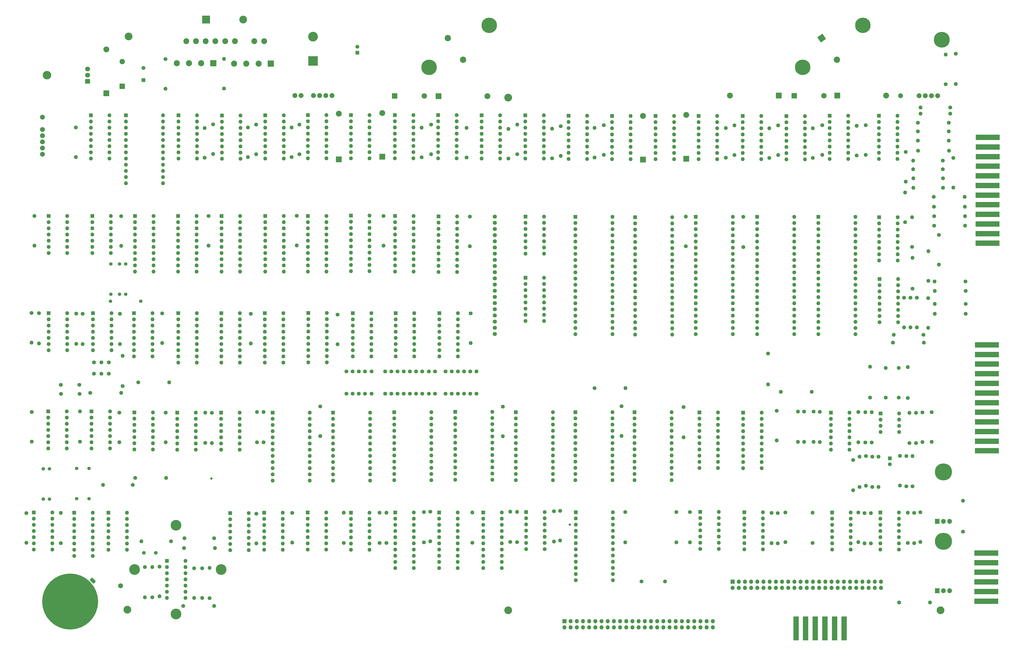
<source format=gbr>
G04 #@! TF.GenerationSoftware,KiCad,Pcbnew,9.0.3-unknown-202507311736~b5c2ed30be~ubuntu24.04.1*
G04 #@! TF.CreationDate,2025-08-04T14:24:47+01:00*
G04 #@! TF.ProjectId,Commodore PET Universal Dynamic,436f6d6d-6f64-46f7-9265-205045542055,REV A*
G04 #@! TF.SameCoordinates,Original*
G04 #@! TF.FileFunction,Soldermask,Top*
G04 #@! TF.FilePolarity,Negative*
%FSLAX46Y46*%
G04 Gerber Fmt 4.6, Leading zero omitted, Abs format (unit mm)*
G04 Created by KiCad (PCBNEW 9.0.3-unknown-202507311736~b5c2ed30be~ubuntu24.04.1) date 2025-08-04 14:24:47*
%MOMM*%
%LPD*%
G01*
G04 APERTURE LIST*
G04 Aperture macros list*
%AMRoundRect*
0 Rectangle with rounded corners*
0 $1 Rounding radius*
0 $2 $3 $4 $5 $6 $7 $8 $9 X,Y pos of 4 corners*
0 Add a 4 corners polygon primitive as box body*
4,1,4,$2,$3,$4,$5,$6,$7,$8,$9,$2,$3,0*
0 Add four circle primitives for the rounded corners*
1,1,$1+$1,$2,$3*
1,1,$1+$1,$4,$5*
1,1,$1+$1,$6,$7*
1,1,$1+$1,$8,$9*
0 Add four rect primitives between the rounded corners*
20,1,$1+$1,$2,$3,$4,$5,0*
20,1,$1+$1,$4,$5,$6,$7,0*
20,1,$1+$1,$6,$7,$8,$9,0*
20,1,$1+$1,$8,$9,$2,$3,0*%
%AMRotRect*
0 Rectangle, with rotation*
0 The origin of the aperture is its center*
0 $1 length*
0 $2 width*
0 $3 Rotation angle, in degrees counterclockwise*
0 Add horizontal line*
21,1,$1,$2,0,0,$3*%
G04 Aperture macros list end*
%ADD10C,11.501754*%
%ADD11C,1.600000*%
%ADD12O,1.600000X1.600000*%
%ADD13C,1.500000*%
%ADD14C,1.000000*%
%ADD15RotRect,2.600000X2.600000X35.000000*%
%ADD16C,2.600000*%
%ADD17C,6.350000*%
%ADD18R,1.600000X1.600000*%
%ADD19C,1.400000*%
%ADD20R,2.500000X2.500000*%
%ADD21C,2.500000*%
%ADD22R,9.842500X2.300000*%
%ADD23R,2.400000X2.400000*%
%ADD24O,2.400000X2.400000*%
%ADD25C,3.200000*%
%ADD26C,4.400000*%
%ADD27R,4.000000X4.000000*%
%ADD28C,4.000000*%
%ADD29R,2.200000X2.200000*%
%ADD30O,2.200000X2.200000*%
%ADD31C,2.000000*%
%ADD32RoundRect,0.381000X-0.808223X0.269408X0.269408X-0.808223X0.808223X-0.269408X-0.269408X0.808223X0*%
%ADD33R,2.300000X9.842500*%
%ADD34C,1.700000*%
%ADD35C,6.500000*%
%ADD36R,3.200000X3.200000*%
%ADD37O,3.200000X3.200000*%
%ADD38O,3.500000X3.500000*%
%ADD39R,2.000000X1.905000*%
%ADD40O,2.000000X1.905000*%
%ADD41R,1.700000X1.700000*%
%ADD42O,1.700000X1.700000*%
%ADD43C,2.400000*%
%ADD44R,1.905000X2.000000*%
%ADD45C,7.000000*%
%ADD46O,1.905000X2.000000*%
G04 APERTURE END LIST*
D10*
X113150877Y-309320000D02*
G75*
G02*
X101649123Y-309320000I-5750877J0D01*
G01*
X101649123Y-309320000D02*
G75*
G02*
X113150877Y-309320000I5750877J0D01*
G01*
D11*
G04 #@! TO.C,R14*
X408949200Y-231248600D03*
D12*
X408949200Y-243694600D03*
G04 #@! TD*
D13*
G04 #@! TO.C,Y1*
X137700000Y-289295000D03*
X142580000Y-289295000D03*
G04 #@! TD*
D11*
G04 #@! TO.C,FB21*
X474250000Y-280595000D03*
D12*
X474250000Y-267895000D03*
G04 #@! TD*
D14*
G04 #@! TO.C,TP2*
X165450000Y-258770000D03*
G04 #@! TD*
D11*
G04 #@! TO.C,R12*
X359400000Y-229377000D03*
D12*
X359400000Y-241823000D03*
G04 #@! TD*
D11*
G04 #@! TO.C,FB18*
X394175000Y-207340000D03*
D12*
X394175000Y-220040000D03*
G04 #@! TD*
D11*
G04 #@! TO.C,C60*
X431200000Y-272679000D03*
D12*
X431200000Y-284871000D03*
G04 #@! TD*
D11*
G04 #@! TO.C,FB25*
X135380000Y-219170000D03*
D12*
X148080000Y-219170000D03*
G04 #@! TD*
D11*
G04 #@! TO.C,R42*
X356450000Y-272502000D03*
D12*
X356450000Y-284948000D03*
G04 #@! TD*
D11*
G04 #@! TO.C,C57*
X255325000Y-272395000D03*
D12*
X255325000Y-284587000D03*
G04 #@! TD*
D15*
G04 #@! TO.C,VR4*
X416149535Y-77588059D03*
D16*
X422412990Y-86533199D03*
D17*
X408380804Y-89681004D03*
X433119196Y-72358996D03*
G04 #@! TD*
D11*
G04 #@! TO.C,C86*
X459925000Y-184528000D03*
D12*
X459925000Y-196720000D03*
G04 #@! TD*
D11*
G04 #@! TO.C,C48*
X397657600Y-230904000D03*
D12*
X397657600Y-243096000D03*
G04 #@! TD*
D11*
G04 #@! TO.C,C92*
X148867000Y-284520000D03*
D12*
X136675000Y-284520000D03*
G04 #@! TD*
D11*
G04 #@! TO.C,R16*
X415350000Y-231274000D03*
D12*
X415350000Y-243720000D03*
G04 #@! TD*
D18*
G04 #@! TO.C,UE1*
X92500000Y-272680000D03*
D12*
X92500000Y-275220000D03*
X92500000Y-277760000D03*
X92500000Y-280300000D03*
X92500000Y-282840000D03*
X92500000Y-285380000D03*
X92500000Y-287920000D03*
X100120000Y-287920000D03*
X100120000Y-285380000D03*
X100120000Y-282840000D03*
X100120000Y-280300000D03*
X100120000Y-277760000D03*
X100120000Y-275220000D03*
X100120000Y-272680000D03*
G04 #@! TD*
D11*
G04 #@! TO.C,R22*
X429100000Y-251077000D03*
D12*
X429100000Y-263523000D03*
G04 #@! TD*
D19*
G04 #@! TO.C,J_3*
X110100000Y-267016000D03*
X110100000Y-254570000D03*
G04 #@! TD*
D20*
G04 #@! TO.C,CR2*
X166200000Y-87970000D03*
D21*
X161200000Y-87970000D03*
X156200000Y-87970000D03*
X151200000Y-87970000D03*
G04 #@! TD*
D11*
G04 #@! TO.C,C72*
X434250000Y-113470000D03*
D12*
X434250000Y-125662000D03*
G04 #@! TD*
D11*
G04 #@! TO.C,C89*
X133066000Y-261320000D03*
D12*
X120874000Y-261320000D03*
G04 #@! TD*
D18*
G04 #@! TO.C,UA7*
X205050000Y-109320000D03*
D12*
X205050000Y-111860000D03*
X205050000Y-114400000D03*
X205050000Y-116940000D03*
X205050000Y-119480000D03*
X205050000Y-122020000D03*
X205050000Y-124560000D03*
X205050000Y-127100000D03*
X212670000Y-127100000D03*
X212670000Y-124560000D03*
X212670000Y-122020000D03*
X212670000Y-119480000D03*
X212670000Y-116940000D03*
X212670000Y-114400000D03*
X212670000Y-111860000D03*
X212670000Y-109320000D03*
G04 #@! TD*
D11*
G04 #@! TO.C,R5*
X127900000Y-190995000D03*
D12*
X127900000Y-203441000D03*
G04 #@! TD*
D18*
G04 #@! TO.C,UB14*
X364400000Y-151095000D03*
D12*
X364400000Y-153635000D03*
X364400000Y-156175000D03*
X364400000Y-158715000D03*
X364400000Y-161255000D03*
X364400000Y-163795000D03*
X364400000Y-166335000D03*
X364400000Y-168875000D03*
X364400000Y-171415000D03*
X364400000Y-173955000D03*
X364400000Y-176495000D03*
X364400000Y-179035000D03*
X364400000Y-181575000D03*
X364400000Y-184115000D03*
X364400000Y-186655000D03*
X364400000Y-189195000D03*
X364400000Y-191735000D03*
X364400000Y-194275000D03*
X364400000Y-196815000D03*
X364400000Y-199355000D03*
X379640000Y-199355000D03*
X379640000Y-196815000D03*
X379640000Y-194275000D03*
X379640000Y-191735000D03*
X379640000Y-189195000D03*
X379640000Y-186655000D03*
X379640000Y-184115000D03*
X379640000Y-181575000D03*
X379640000Y-179035000D03*
X379640000Y-176495000D03*
X379640000Y-173955000D03*
X379640000Y-171415000D03*
X379640000Y-168875000D03*
X379640000Y-166335000D03*
X379640000Y-163795000D03*
X379640000Y-161255000D03*
X379640000Y-158715000D03*
X379640000Y-156175000D03*
X379640000Y-153635000D03*
X379640000Y-151095000D03*
G04 #@! TD*
D22*
G04 #@! TO.C,J1*
X484277950Y-161996400D03*
X484277950Y-158036400D03*
X484277950Y-154076400D03*
X484277950Y-150116400D03*
X484277950Y-146156400D03*
X484277950Y-142196400D03*
X484277950Y-138236400D03*
X484277950Y-134276400D03*
X484373200Y-130278400D03*
X484373200Y-126356400D03*
X484373200Y-122396400D03*
X484373200Y-118436400D03*
G04 #@! TD*
D11*
G04 #@! TO.C,R25*
X439550000Y-249777000D03*
D12*
X439550000Y-262223000D03*
G04 #@! TD*
D11*
G04 #@! TO.C,C70*
X398250000Y-113534000D03*
D12*
X398250000Y-125726000D03*
G04 #@! TD*
D22*
G04 #@! TO.C,J2*
X484043000Y-247334200D03*
X484043000Y-243374200D03*
X484043000Y-239414200D03*
X484043000Y-235454200D03*
X484043000Y-231494200D03*
X484043000Y-227534200D03*
X484043000Y-223574200D03*
X484043000Y-219614200D03*
X484043000Y-215654200D03*
X484043000Y-211694200D03*
X484043000Y-207734200D03*
X484043000Y-203774200D03*
G04 #@! TD*
D11*
G04 #@! TO.C,FB2*
X450650000Y-124429000D03*
D12*
X450650000Y-136621000D03*
G04 #@! TD*
D11*
G04 #@! TO.C,C88*
X442450000Y-225462000D03*
D12*
X442450000Y-213270000D03*
G04 #@! TD*
D11*
G04 #@! TO.C,C62*
X166150000Y-113124000D03*
D12*
X166150000Y-125316000D03*
G04 #@! TD*
D11*
G04 #@! TO.C,R7*
X162900000Y-244120000D03*
D12*
X162900000Y-231674000D03*
G04 #@! TD*
D23*
G04 #@! TO.C,C23*
X342773000Y-127601000D03*
D24*
X342773000Y-109601000D03*
G04 #@! TD*
D18*
G04 #@! TO.C,UC10*
X259100000Y-190745000D03*
D12*
X259100000Y-193285000D03*
X259100000Y-195825000D03*
X259100000Y-198365000D03*
X259100000Y-200905000D03*
X259100000Y-203445000D03*
X259100000Y-205985000D03*
X259100000Y-208525000D03*
X266720000Y-208525000D03*
X266720000Y-205985000D03*
X266720000Y-203445000D03*
X266720000Y-200905000D03*
X266720000Y-198365000D03*
X266720000Y-195825000D03*
X266720000Y-193285000D03*
X266720000Y-190745000D03*
G04 #@! TD*
D11*
G04 #@! TO.C,FB8*
X462355000Y-154795000D03*
D12*
X475055000Y-154795000D03*
G04 #@! TD*
D25*
G04 #@! TO.C,REF3*
X465010000Y-312925200D03*
G04 #@! TD*
D18*
G04 #@! TO.C,UC4*
X151825000Y-190745000D03*
D12*
X151825000Y-193285000D03*
X151825000Y-195825000D03*
X151825000Y-198365000D03*
X151825000Y-200905000D03*
X151825000Y-203445000D03*
X151825000Y-205985000D03*
X151825000Y-208525000D03*
X151825000Y-211065000D03*
X159445000Y-211065000D03*
X159445000Y-208525000D03*
X159445000Y-205985000D03*
X159445000Y-203445000D03*
X159445000Y-200905000D03*
X159445000Y-198365000D03*
X159445000Y-195825000D03*
X159445000Y-193285000D03*
X159445000Y-190745000D03*
G04 #@! TD*
D18*
G04 #@! TO.C,UA11*
X276450000Y-109370000D03*
D12*
X276450000Y-111910000D03*
X276450000Y-114450000D03*
X276450000Y-116990000D03*
X276450000Y-119530000D03*
X276450000Y-122070000D03*
X276450000Y-124610000D03*
X276450000Y-127150000D03*
X284070000Y-127150000D03*
X284070000Y-124610000D03*
X284070000Y-122070000D03*
X284070000Y-119530000D03*
X284070000Y-116990000D03*
X284070000Y-114450000D03*
X284070000Y-111910000D03*
X284070000Y-109370000D03*
G04 #@! TD*
D19*
G04 #@! TO.C,J_7*
X124150000Y-170524000D03*
X124150000Y-182970000D03*
G04 #@! TD*
D11*
G04 #@! TO.C,J14*
X220875000Y-223889000D03*
X223415000Y-223889000D03*
X225955000Y-223889000D03*
X228495000Y-223889000D03*
X228495000Y-214745000D03*
X225955000Y-214745000D03*
X223415000Y-214745000D03*
X220875000Y-214745000D03*
G04 #@! TD*
D18*
G04 #@! TO.C,UE12*
X315175000Y-272645000D03*
D12*
X315175000Y-275185000D03*
X315175000Y-277725000D03*
X315175000Y-280265000D03*
X315175000Y-282805000D03*
X315175000Y-285345000D03*
X315175000Y-287885000D03*
X315175000Y-290425000D03*
X315175000Y-292965000D03*
X315175000Y-295505000D03*
X315175000Y-298045000D03*
X315175000Y-300585000D03*
X330415000Y-300585000D03*
X330415000Y-298045000D03*
X330415000Y-295505000D03*
X330415000Y-292965000D03*
X330415000Y-290425000D03*
X330415000Y-287885000D03*
X330415000Y-285345000D03*
X330415000Y-282805000D03*
X330415000Y-280265000D03*
X330415000Y-277725000D03*
X330415000Y-275185000D03*
X330415000Y-272645000D03*
G04 #@! TD*
D18*
G04 #@! TO.C,UA13*
X312200000Y-109520000D03*
D12*
X312200000Y-112060000D03*
X312200000Y-114600000D03*
X312200000Y-117140000D03*
X312200000Y-119680000D03*
X312200000Y-122220000D03*
X312200000Y-124760000D03*
X312200000Y-127300000D03*
X319820000Y-127300000D03*
X319820000Y-124760000D03*
X319820000Y-122220000D03*
X319820000Y-119680000D03*
X319820000Y-117140000D03*
X319820000Y-114600000D03*
X319820000Y-112060000D03*
X319820000Y-109520000D03*
G04 #@! TD*
D26*
G04 #@! TO.C,H1*
X150900000Y-314420000D03*
G04 #@! TD*
D11*
G04 #@! TO.C,C83*
X460000000Y-177487000D03*
D12*
X460000000Y-165295000D03*
G04 #@! TD*
D22*
G04 #@! TO.C,J3*
X483825000Y-309160000D03*
X483825000Y-305200000D03*
X483825000Y-301240000D03*
X483825000Y-297280000D03*
X483825000Y-293320000D03*
X483825000Y-289360000D03*
G04 #@! TD*
D11*
G04 #@! TO.C,C80*
X466042000Y-139195000D03*
D12*
X453850000Y-139195000D03*
G04 #@! TD*
D18*
G04 #@! TO.C,UB9*
X240875000Y-150795000D03*
D12*
X240875000Y-153335000D03*
X240875000Y-155875000D03*
X240875000Y-158415000D03*
X240875000Y-160955000D03*
X240875000Y-163495000D03*
X240875000Y-166035000D03*
X240875000Y-168575000D03*
X240875000Y-171115000D03*
X240875000Y-173655000D03*
X248495000Y-173655000D03*
X248495000Y-171115000D03*
X248495000Y-168575000D03*
X248495000Y-166035000D03*
X248495000Y-163495000D03*
X248495000Y-160955000D03*
X248495000Y-158415000D03*
X248495000Y-155875000D03*
X248495000Y-153335000D03*
X248495000Y-150795000D03*
G04 #@! TD*
D18*
G04 #@! TO.C,UA6*
X187550000Y-109370000D03*
D12*
X187550000Y-111910000D03*
X187550000Y-114450000D03*
X187550000Y-116990000D03*
X187550000Y-119530000D03*
X187550000Y-122070000D03*
X187550000Y-124610000D03*
X187550000Y-127150000D03*
X195170000Y-127150000D03*
X195170000Y-124610000D03*
X195170000Y-122070000D03*
X195170000Y-119530000D03*
X195170000Y-116990000D03*
X195170000Y-114450000D03*
X195170000Y-111910000D03*
X195170000Y-109370000D03*
G04 #@! TD*
D11*
G04 #@! TO.C,C31*
X128325000Y-150874000D03*
D12*
X128325000Y-163066000D03*
G04 #@! TD*
D27*
G04 #@! TO.C,C5*
X207150000Y-87027832D03*
D28*
X207150000Y-77027832D03*
G04 #@! TD*
D11*
G04 #@! TO.C,R1*
X384000000Y-163591000D03*
D12*
X384000000Y-151145000D03*
G04 #@! TD*
D11*
G04 #@! TO.C,C27*
X412542000Y-126920000D03*
D12*
X412542000Y-114728000D03*
G04 #@! TD*
D18*
G04 #@! TO.C,UB16*
X414775000Y-151130000D03*
D12*
X414775000Y-153670000D03*
X414775000Y-156210000D03*
X414775000Y-158750000D03*
X414775000Y-161290000D03*
X414775000Y-163830000D03*
X414775000Y-166370000D03*
X414775000Y-168910000D03*
X414775000Y-171450000D03*
X414775000Y-173990000D03*
X414775000Y-176530000D03*
X414775000Y-179070000D03*
X414775000Y-181610000D03*
X414775000Y-184150000D03*
X414775000Y-186690000D03*
X414775000Y-189230000D03*
X414775000Y-191770000D03*
X414775000Y-194310000D03*
X414775000Y-196850000D03*
X414775000Y-199390000D03*
X430015000Y-199390000D03*
X430015000Y-196850000D03*
X430015000Y-194310000D03*
X430015000Y-191770000D03*
X430015000Y-189230000D03*
X430015000Y-186690000D03*
X430015000Y-184150000D03*
X430015000Y-181610000D03*
X430015000Y-179070000D03*
X430015000Y-176530000D03*
X430015000Y-173990000D03*
X430015000Y-171450000D03*
X430015000Y-168910000D03*
X430015000Y-166370000D03*
X430015000Y-163830000D03*
X430015000Y-161290000D03*
X430015000Y-158750000D03*
X430015000Y-156210000D03*
X430015000Y-153670000D03*
X430015000Y-151130000D03*
G04 #@! TD*
D18*
G04 #@! TO.C,UB2*
X116475000Y-150820000D03*
D12*
X116475000Y-153360000D03*
X116475000Y-155900000D03*
X116475000Y-158440000D03*
X116475000Y-160980000D03*
X116475000Y-163520000D03*
X116475000Y-166060000D03*
X124095000Y-166060000D03*
X124095000Y-163520000D03*
X124095000Y-160980000D03*
X124095000Y-158440000D03*
X124095000Y-155900000D03*
X124095000Y-153360000D03*
X124095000Y-150820000D03*
G04 #@! TD*
D18*
G04 #@! TO.C,UB6*
X187525000Y-150745000D03*
D12*
X187525000Y-153285000D03*
X187525000Y-155825000D03*
X187525000Y-158365000D03*
X187525000Y-160905000D03*
X187525000Y-163445000D03*
X187525000Y-165985000D03*
X187525000Y-168525000D03*
X187525000Y-171065000D03*
X187525000Y-173605000D03*
X195145000Y-173605000D03*
X195145000Y-171065000D03*
X195145000Y-168525000D03*
X195145000Y-165985000D03*
X195145000Y-163445000D03*
X195145000Y-160905000D03*
X195145000Y-158365000D03*
X195145000Y-155825000D03*
X195145000Y-153285000D03*
X195145000Y-150745000D03*
G04 #@! TD*
D11*
G04 #@! TO.C,JP3*
X117202000Y-211020000D03*
X120250000Y-211020000D03*
X123298000Y-211020000D03*
G04 #@! TD*
G04 #@! TO.C,C28*
X430550000Y-125912000D03*
D12*
X430550000Y-113720000D03*
G04 #@! TD*
D11*
G04 #@! TO.C,FB9*
X462355000Y-150895000D03*
D12*
X475055000Y-150895000D03*
G04 #@! TD*
D18*
G04 #@! TO.C,UE3*
X123125000Y-272820000D03*
D12*
X123125000Y-275360000D03*
X123125000Y-277900000D03*
X123125000Y-280440000D03*
X123125000Y-282980000D03*
X123125000Y-285520000D03*
X123125000Y-288060000D03*
X130745000Y-288060000D03*
X130745000Y-285520000D03*
X130745000Y-282980000D03*
X130745000Y-280440000D03*
X130745000Y-277900000D03*
X130745000Y-275360000D03*
X130745000Y-272820000D03*
G04 #@! TD*
D11*
G04 #@! TO.C,C68*
X326620000Y-113410000D03*
D12*
X326620000Y-125602000D03*
G04 #@! TD*
D11*
G04 #@! TO.C,R46*
X412400000Y-285243000D03*
D12*
X412400000Y-272797000D03*
G04 #@! TD*
D18*
G04 #@! TO.C,UC11*
X294500000Y-176215000D03*
D12*
X294500000Y-178755000D03*
X294500000Y-181295000D03*
X294500000Y-183835000D03*
X294500000Y-186375000D03*
X294500000Y-188915000D03*
X294500000Y-191455000D03*
X294500000Y-193995000D03*
X302120000Y-193995000D03*
X302120000Y-191455000D03*
X302120000Y-188915000D03*
X302120000Y-186375000D03*
X302120000Y-183835000D03*
X302120000Y-181295000D03*
X302120000Y-178755000D03*
X302120000Y-176215000D03*
G04 #@! TD*
D29*
G04 #@! TO.C,CR5*
X240758000Y-101420000D03*
D30*
X252950000Y-101420000D03*
G04 #@! TD*
D11*
G04 #@! TO.C,C41*
X217225000Y-191304000D03*
D12*
X217225000Y-203496000D03*
G04 #@! TD*
D18*
G04 #@! TO.C,UE6*
X204975000Y-272670000D03*
D12*
X204975000Y-275210000D03*
X204975000Y-277750000D03*
X204975000Y-280290000D03*
X204975000Y-282830000D03*
X204975000Y-285370000D03*
X204975000Y-287910000D03*
X212595000Y-287910000D03*
X212595000Y-285370000D03*
X212595000Y-282830000D03*
X212595000Y-280290000D03*
X212595000Y-277750000D03*
X212595000Y-275210000D03*
X212595000Y-272670000D03*
G04 #@! TD*
D11*
G04 #@! TO.C,C93*
X158325000Y-295626000D03*
D12*
X158325000Y-307818000D03*
G04 #@! TD*
D31*
G04 #@! TO.C,MT1*
X128100000Y-302870000D03*
D32*
X116698000Y-300710000D03*
G04 #@! TD*
D11*
G04 #@! TO.C,C67*
X308940000Y-113888000D03*
D12*
X308940000Y-126080000D03*
G04 #@! TD*
D25*
G04 #@! TO.C,REF3*
X287400000Y-312920000D03*
G04 #@! TD*
D33*
G04 #@! TO.C,J6*
X405610000Y-320370000D03*
X409570000Y-320370000D03*
X413530000Y-320370000D03*
X417490000Y-320370000D03*
X421450000Y-320370000D03*
X425410000Y-320370000D03*
G04 #@! TD*
D11*
G04 #@! TO.C,C90*
X146650000Y-231654000D03*
D12*
X146650000Y-243846000D03*
G04 #@! TD*
D11*
G04 #@! TO.C,R37*
X288250000Y-284841000D03*
D12*
X288250000Y-272395000D03*
G04 #@! TD*
D11*
G04 #@! TO.C,C32*
X164300000Y-150795000D03*
D12*
X164300000Y-162987000D03*
G04 #@! TD*
D11*
G04 #@! TO.C,R39*
X306125000Y-272220000D03*
D12*
X306125000Y-284666000D03*
G04 #@! TD*
D25*
G04 #@! TO.C,REF1*
X131400000Y-76920000D03*
G04 #@! TD*
D11*
G04 #@! TO.C,R4*
X112575000Y-191002000D03*
D12*
X112575000Y-203448000D03*
G04 #@! TD*
D18*
G04 #@! TO.C,UA17*
X383700000Y-109670000D03*
D12*
X383700000Y-112210000D03*
X383700000Y-114750000D03*
X383700000Y-117290000D03*
X383700000Y-119830000D03*
X383700000Y-122370000D03*
X383700000Y-124910000D03*
X383700000Y-127450000D03*
X391320000Y-127450000D03*
X391320000Y-124910000D03*
X391320000Y-122370000D03*
X391320000Y-119830000D03*
X391320000Y-117290000D03*
X391320000Y-114750000D03*
X391320000Y-112210000D03*
X391320000Y-109670000D03*
G04 #@! TD*
D18*
G04 #@! TO.C,UB4*
X151725000Y-150820000D03*
D12*
X151725000Y-153360000D03*
X151725000Y-155900000D03*
X151725000Y-158440000D03*
X151725000Y-160980000D03*
X151725000Y-163520000D03*
X151725000Y-166060000D03*
X151725000Y-168600000D03*
X151725000Y-171140000D03*
X151725000Y-173680000D03*
X159345000Y-173680000D03*
X159345000Y-171140000D03*
X159345000Y-168600000D03*
X159345000Y-166060000D03*
X159345000Y-163520000D03*
X159345000Y-160980000D03*
X159345000Y-158440000D03*
X159345000Y-155900000D03*
X159345000Y-153360000D03*
X159345000Y-150820000D03*
G04 #@! TD*
D18*
G04 #@! TO.C,UD4*
X151400000Y-231630000D03*
D12*
X151400000Y-234170000D03*
X151400000Y-236710000D03*
X151400000Y-239250000D03*
X151400000Y-241790000D03*
X151400000Y-244330000D03*
X151400000Y-246870000D03*
X159020000Y-246870000D03*
X159020000Y-244330000D03*
X159020000Y-241790000D03*
X159020000Y-239250000D03*
X159020000Y-236710000D03*
X159020000Y-234170000D03*
X159020000Y-231630000D03*
G04 #@! TD*
D11*
G04 #@! TO.C,C25*
X376800000Y-126812000D03*
D12*
X376800000Y-114620000D03*
G04 #@! TD*
D11*
G04 #@! TO.C,R6*
X111400000Y-243616000D03*
D12*
X111400000Y-231170000D03*
G04 #@! TD*
D19*
G04 #@! TO.C,J_8*
X136450000Y-185820000D03*
X124004000Y-185820000D03*
G04 #@! TD*
D18*
G04 #@! TO.C,UE15*
X420450000Y-272720000D03*
D12*
X420450000Y-275260000D03*
X420450000Y-277800000D03*
X420450000Y-280340000D03*
X420450000Y-282880000D03*
X420450000Y-285420000D03*
X420450000Y-287960000D03*
X428070000Y-287960000D03*
X428070000Y-285420000D03*
X428070000Y-282880000D03*
X428070000Y-280340000D03*
X428070000Y-277800000D03*
X428070000Y-275260000D03*
X428070000Y-272720000D03*
G04 #@! TD*
D11*
G04 #@! TO.C,R11*
X186850000Y-243863000D03*
D12*
X186850000Y-231417000D03*
G04 #@! TD*
D11*
G04 #@! TO.C,C61*
X456700000Y-272604000D03*
D12*
X456700000Y-284796000D03*
G04 #@! TD*
D34*
G04 #@! TO.C,J5*
X281900000Y-171370000D03*
X281900000Y-173910000D03*
X281900000Y-176450000D03*
X281900000Y-178990000D03*
X281900000Y-181530000D03*
X281900000Y-184070000D03*
X281900000Y-186610000D03*
X281900000Y-189150000D03*
X281900000Y-191690000D03*
X281900000Y-194230000D03*
X281900000Y-196770000D03*
X281900000Y-199310000D03*
X281900000Y-151050000D03*
X281900000Y-153590000D03*
X281900000Y-156130000D03*
X281900000Y-158670000D03*
X281900000Y-161210000D03*
X281900000Y-163750000D03*
X281900000Y-166290000D03*
X281900000Y-168830000D03*
G04 #@! TD*
D11*
G04 #@! TO.C,C66*
X291100000Y-125412000D03*
D12*
X291100000Y-113220000D03*
G04 #@! TD*
D18*
G04 #@! TO.C,UE9*
X258975000Y-272720000D03*
D12*
X258975000Y-275260000D03*
X258975000Y-277800000D03*
X258975000Y-280340000D03*
X258975000Y-282880000D03*
X258975000Y-285420000D03*
X258975000Y-287960000D03*
X258975000Y-290500000D03*
X258975000Y-293040000D03*
X258975000Y-295580000D03*
X266595000Y-295580000D03*
X266595000Y-293040000D03*
X266595000Y-290500000D03*
X266595000Y-287960000D03*
X266595000Y-285420000D03*
X266595000Y-282880000D03*
X266595000Y-280340000D03*
X266595000Y-277800000D03*
X266595000Y-275260000D03*
X266595000Y-272720000D03*
G04 #@! TD*
D35*
G04 #@! TO.C,MH1*
X465500000Y-78320000D03*
G04 #@! TD*
D11*
G04 #@! TO.C,C98*
X468966000Y-106170000D03*
D12*
X456774000Y-106170000D03*
G04 #@! TD*
D11*
G04 #@! TO.C,C13*
X162650000Y-126816000D03*
D12*
X162650000Y-114624000D03*
G04 #@! TD*
D11*
G04 #@! TO.C,C14*
X180450000Y-126566000D03*
D12*
X180450000Y-114374000D03*
G04 #@! TD*
D18*
G04 #@! TO.C,UE4*
X173175000Y-272945000D03*
D12*
X173175000Y-275485000D03*
X173175000Y-278025000D03*
X173175000Y-280565000D03*
X173175000Y-283105000D03*
X173175000Y-285645000D03*
X173175000Y-288185000D03*
X180795000Y-288185000D03*
X180795000Y-285645000D03*
X180795000Y-283105000D03*
X180795000Y-280565000D03*
X180795000Y-278025000D03*
X180795000Y-275485000D03*
X180795000Y-272945000D03*
G04 #@! TD*
D11*
G04 #@! TO.C,FB16*
X475350000Y-190970000D03*
D12*
X462650000Y-190970000D03*
G04 #@! TD*
D11*
G04 #@! TO.C,R36*
X272600000Y-285163000D03*
D12*
X272600000Y-272717000D03*
G04 #@! TD*
D31*
G04 #@! TO.C,J11*
X448600000Y-101370000D03*
X456220000Y-101370000D03*
X458760000Y-101370000D03*
X461300000Y-101370000D03*
X463840000Y-101370000D03*
G04 #@! TD*
D18*
G04 #@! TO.C,UD3*
X133750000Y-231570000D03*
D12*
X133750000Y-234110000D03*
X133750000Y-236650000D03*
X133750000Y-239190000D03*
X133750000Y-241730000D03*
X133750000Y-244270000D03*
X133750000Y-246810000D03*
X141370000Y-246810000D03*
X141370000Y-244270000D03*
X141370000Y-241730000D03*
X141370000Y-239190000D03*
X141370000Y-236650000D03*
X141370000Y-234110000D03*
X141370000Y-231570000D03*
G04 #@! TD*
D23*
G04 #@! TO.C,C1*
X122300000Y-100320000D03*
D24*
X122300000Y-82320000D03*
G04 #@! TD*
D11*
G04 #@! TO.C,FB4*
X455700000Y-116020000D03*
D12*
X468400000Y-116020000D03*
G04 #@! TD*
D11*
G04 #@! TO.C,R38*
X291000000Y-284863000D03*
D12*
X291000000Y-272417000D03*
G04 #@! TD*
D11*
G04 #@! TO.C,C47*
X333950000Y-229024000D03*
D12*
X333950000Y-241216000D03*
G04 #@! TD*
D11*
G04 #@! TO.C,C56*
X198625000Y-272870000D03*
D12*
X198625000Y-285062000D03*
G04 #@! TD*
D18*
G04 #@! TO.C,UD1*
X98400000Y-231170000D03*
D12*
X98400000Y-233710000D03*
X98400000Y-236250000D03*
X98400000Y-238790000D03*
X98400000Y-241330000D03*
X98400000Y-243870000D03*
X98400000Y-246410000D03*
X106020000Y-246410000D03*
X106020000Y-243870000D03*
X106020000Y-241330000D03*
X106020000Y-238790000D03*
X106020000Y-236250000D03*
X106020000Y-233710000D03*
X106020000Y-231170000D03*
G04 #@! TD*
D11*
G04 #@! TO.C,R26*
X450950000Y-261966000D03*
D12*
X450950000Y-249520000D03*
G04 #@! TD*
D11*
G04 #@! TO.C,J_2*
X103650000Y-223920000D03*
X111270000Y-223920000D03*
G04 #@! TD*
G04 #@! TO.C,C35*
X271650000Y-151045000D03*
D12*
X271650000Y-163237000D03*
G04 #@! TD*
D11*
G04 #@! TO.C,C95*
X461346000Y-231503000D03*
D12*
X461346000Y-243695000D03*
G04 #@! TD*
D11*
G04 #@! TO.C,C3*
X146600000Y-86304000D03*
D12*
X146600000Y-98496000D03*
G04 #@! TD*
D11*
G04 #@! TO.C,R21*
X454920000Y-244171000D03*
D12*
X454920000Y-231725000D03*
G04 #@! TD*
D29*
G04 #@! TO.C,CR1*
X128750000Y-97400000D03*
D30*
X128750000Y-87240000D03*
G04 #@! TD*
D11*
G04 #@! TO.C,C74*
X447825000Y-225462000D03*
D12*
X447825000Y-213270000D03*
G04 #@! TD*
D18*
G04 #@! TO.C,UA2*
X115950000Y-109370000D03*
D12*
X115950000Y-111910000D03*
X115950000Y-114450000D03*
X115950000Y-116990000D03*
X115950000Y-119530000D03*
X115950000Y-122070000D03*
X115950000Y-124610000D03*
X115950000Y-127150000D03*
X123570000Y-127150000D03*
X123570000Y-124610000D03*
X123570000Y-122070000D03*
X123570000Y-119530000D03*
X123570000Y-116990000D03*
X123570000Y-114450000D03*
X123570000Y-111910000D03*
X123570000Y-109370000D03*
G04 #@! TD*
D11*
G04 #@! TO.C,C82*
X465942000Y-131570000D03*
D12*
X453750000Y-131570000D03*
G04 #@! TD*
D11*
G04 #@! TO.C,C22*
X322850000Y-126762000D03*
D12*
X322850000Y-114570000D03*
G04 #@! TD*
D19*
G04 #@! TO.C,J_4*
X115200000Y-267066000D03*
X115200000Y-254620000D03*
G04 #@! TD*
D11*
G04 #@! TO.C,C49*
X457587000Y-231521800D03*
D12*
X457587000Y-243713800D03*
G04 #@! TD*
D11*
G04 #@! TO.C,C69*
X380320000Y-125712000D03*
D12*
X380320000Y-113520000D03*
G04 #@! TD*
D26*
G04 #@! TO.C,H4*
X169400000Y-296170000D03*
G04 #@! TD*
D31*
G04 #@! TO.C,J7*
X96000000Y-125410000D03*
X96000000Y-122870000D03*
X96000000Y-120330000D03*
X96000000Y-117790000D03*
X96000000Y-115250000D03*
X96000000Y-110170000D03*
G04 #@! TD*
D18*
G04 #@! TO.C,UF1*
X147200000Y-292570000D03*
D12*
X147200000Y-295110000D03*
X147200000Y-297650000D03*
X147200000Y-300190000D03*
X147200000Y-302730000D03*
X147200000Y-305270000D03*
X147200000Y-307810000D03*
X154820000Y-307810000D03*
X154820000Y-305270000D03*
X154820000Y-302730000D03*
X154820000Y-300190000D03*
X154820000Y-297650000D03*
X154820000Y-295110000D03*
X154820000Y-292570000D03*
G04 #@! TD*
D36*
G04 #@! TO.C,CR3*
X163280000Y-69970000D03*
D37*
X178520000Y-69970000D03*
G04 #@! TD*
D18*
G04 #@! TO.C,UE10*
X277100000Y-272670000D03*
D12*
X277100000Y-275210000D03*
X277100000Y-277750000D03*
X277100000Y-280290000D03*
X277100000Y-282830000D03*
X277100000Y-285370000D03*
X277100000Y-287910000D03*
X277100000Y-290450000D03*
X277100000Y-292990000D03*
X277100000Y-295530000D03*
X284720000Y-295530000D03*
X284720000Y-292990000D03*
X284720000Y-290450000D03*
X284720000Y-287910000D03*
X284720000Y-285370000D03*
X284720000Y-282830000D03*
X284720000Y-280290000D03*
X284720000Y-277750000D03*
X284720000Y-275210000D03*
X284720000Y-272670000D03*
G04 #@! TD*
D11*
G04 #@! TO.C,R49*
X471300000Y-84077000D03*
D12*
X471300000Y-96523000D03*
G04 #@! TD*
D11*
G04 #@! TO.C,JP2*
X117202000Y-215670000D03*
X120250000Y-215670000D03*
X123298000Y-215670000D03*
G04 #@! TD*
G04 #@! TO.C,FB20*
X448000000Y-309720000D03*
D12*
X460700000Y-309720000D03*
G04 #@! TD*
D14*
G04 #@! TO.C,TP7*
X312700000Y-277720000D03*
G04 #@! TD*
D18*
G04 #@! TO.C,UD2*
X116150000Y-231170000D03*
D12*
X116150000Y-233710000D03*
X116150000Y-236250000D03*
X116150000Y-238790000D03*
X116150000Y-241330000D03*
X116150000Y-243870000D03*
X116150000Y-246410000D03*
X123770000Y-246410000D03*
X123770000Y-243870000D03*
X123770000Y-241330000D03*
X123770000Y-238790000D03*
X123770000Y-236250000D03*
X123770000Y-233710000D03*
X123770000Y-231170000D03*
G04 #@! TD*
D18*
G04 #@! TO.C,UC6*
X187350000Y-190745000D03*
D12*
X187350000Y-193285000D03*
X187350000Y-195825000D03*
X187350000Y-198365000D03*
X187350000Y-200905000D03*
X187350000Y-203445000D03*
X187350000Y-205985000D03*
X187350000Y-208525000D03*
X187350000Y-211065000D03*
X194970000Y-211065000D03*
X194970000Y-208525000D03*
X194970000Y-205985000D03*
X194970000Y-203445000D03*
X194970000Y-200905000D03*
X194970000Y-198365000D03*
X194970000Y-195825000D03*
X194970000Y-193285000D03*
X194970000Y-190745000D03*
G04 #@! TD*
D38*
G04 #@! TO.C,VR1*
X97920000Y-92870000D03*
D39*
X114580000Y-95410000D03*
D40*
X114580000Y-92870000D03*
X114580000Y-90330000D03*
G04 #@! TD*
D19*
G04 #@! TO.C,J_6*
X127650000Y-170520000D03*
X127650000Y-182966000D03*
G04 #@! TD*
D11*
G04 #@! TO.C,C50*
X434350000Y-249504000D03*
D12*
X434350000Y-261696000D03*
G04 #@! TD*
D18*
G04 #@! TO.C,C2*
X137550000Y-94922651D03*
D11*
X137550000Y-89922651D03*
G04 #@! TD*
G04 #@! TO.C,C76*
X469016000Y-108720000D03*
D12*
X456824000Y-108720000D03*
G04 #@! TD*
D18*
G04 #@! TO.C,UD9*
X265600000Y-231295000D03*
D12*
X265600000Y-233835000D03*
X265600000Y-236375000D03*
X265600000Y-238915000D03*
X265600000Y-241455000D03*
X265600000Y-243995000D03*
X265600000Y-246535000D03*
X265600000Y-249075000D03*
X265600000Y-251615000D03*
X265600000Y-254155000D03*
X265600000Y-256695000D03*
X265600000Y-259235000D03*
X280840000Y-259235000D03*
X280840000Y-256695000D03*
X280840000Y-254155000D03*
X280840000Y-251615000D03*
X280840000Y-249075000D03*
X280840000Y-246535000D03*
X280840000Y-243995000D03*
X280840000Y-241455000D03*
X280840000Y-238915000D03*
X280840000Y-236375000D03*
X280840000Y-233835000D03*
X280840000Y-231295000D03*
G04 #@! TD*
D18*
G04 #@! TO.C,UE2*
X109025000Y-272745000D03*
D12*
X109025000Y-275285000D03*
X109025000Y-277825000D03*
X109025000Y-280365000D03*
X109025000Y-282905000D03*
X109025000Y-285445000D03*
X109025000Y-287985000D03*
X109025000Y-290525000D03*
X116645000Y-290525000D03*
X116645000Y-287985000D03*
X116645000Y-285445000D03*
X116645000Y-282905000D03*
X116645000Y-280365000D03*
X116645000Y-277825000D03*
X116645000Y-275285000D03*
X116645000Y-272745000D03*
G04 #@! TD*
D11*
G04 #@! TO.C,C43*
X91650000Y-231404000D03*
D12*
X91650000Y-243596000D03*
G04 #@! TD*
D11*
G04 #@! TO.C,R33*
X234500000Y-285263000D03*
D12*
X234500000Y-272817000D03*
G04 #@! TD*
D18*
G04 #@! TO.C,UA3*
X130300000Y-109370000D03*
D12*
X130300000Y-111910000D03*
X130300000Y-114450000D03*
X130300000Y-116990000D03*
X130300000Y-119530000D03*
X130300000Y-122070000D03*
X130300000Y-124610000D03*
X130300000Y-127150000D03*
X130300000Y-129690000D03*
X130300000Y-132230000D03*
X130300000Y-134770000D03*
X130300000Y-137310000D03*
X145540000Y-137310000D03*
X145540000Y-134770000D03*
X145540000Y-132230000D03*
X145540000Y-129690000D03*
X145540000Y-127150000D03*
X145540000Y-124610000D03*
X145540000Y-122070000D03*
X145540000Y-119530000D03*
X145540000Y-116990000D03*
X145540000Y-114450000D03*
X145540000Y-111910000D03*
X145540000Y-109370000D03*
G04 #@! TD*
D23*
G04 #@! TO.C,C11*
X422584000Y-101270000D03*
D24*
X442650000Y-101270000D03*
G04 #@! TD*
D11*
G04 #@! TO.C,FB3*
X455700000Y-112470000D03*
D12*
X468400000Y-112470000D03*
G04 #@! TD*
D11*
G04 #@! TO.C,C30*
X92750000Y-150824000D03*
D12*
X92750000Y-163016000D03*
G04 #@! TD*
D11*
G04 #@! TO.C,FB26*
X134130000Y-258520000D03*
D12*
X146830000Y-258520000D03*
G04 #@! TD*
D11*
G04 #@! TO.C,FB28*
X115700000Y-223520000D03*
D12*
X128400000Y-223520000D03*
G04 #@! TD*
D11*
G04 #@! TO.C,C18*
X251850000Y-126612000D03*
D12*
X251850000Y-114420000D03*
G04 #@! TD*
D11*
G04 #@! TO.C,C45*
X210150000Y-229074000D03*
D12*
X210150000Y-241266000D03*
G04 #@! TD*
D11*
G04 #@! TO.C,C52*
X448300000Y-249454000D03*
D12*
X448300000Y-261646000D03*
G04 #@! TD*
D18*
G04 #@! TO.C,UA12*
X294400000Y-109370000D03*
D12*
X294400000Y-111910000D03*
X294400000Y-114450000D03*
X294400000Y-116990000D03*
X294400000Y-119530000D03*
X294400000Y-122070000D03*
X294400000Y-124610000D03*
X294400000Y-127150000D03*
X302020000Y-127150000D03*
X302020000Y-124610000D03*
X302020000Y-122070000D03*
X302020000Y-119530000D03*
X302020000Y-116990000D03*
X302020000Y-114450000D03*
X302020000Y-111910000D03*
X302020000Y-109370000D03*
G04 #@! TD*
D11*
G04 #@! TO.C,C46*
X285150000Y-229154000D03*
D12*
X285150000Y-241346000D03*
G04 #@! TD*
D41*
G04 #@! TO.C,J9*
X379550000Y-301170000D03*
D42*
X382090000Y-301170000D03*
X384630000Y-301170000D03*
X387170000Y-301170000D03*
X389710000Y-301170000D03*
X392250000Y-301170000D03*
X394790000Y-301170000D03*
X397330000Y-301170000D03*
X399870000Y-301170000D03*
X402410000Y-301170000D03*
X404950000Y-301170000D03*
X407490000Y-301170000D03*
X410030000Y-301170000D03*
X412570000Y-301170000D03*
X415110000Y-301170000D03*
X417650000Y-301170000D03*
X420190000Y-301170000D03*
X422730000Y-301170000D03*
X425270000Y-301170000D03*
X427810000Y-301170000D03*
X430350000Y-301170000D03*
X432890000Y-301170000D03*
X435430000Y-301170000D03*
X437970000Y-301170000D03*
X440510000Y-301170000D03*
X379550000Y-303710000D03*
X382090000Y-303710000D03*
X384630000Y-303710000D03*
X387170000Y-303710000D03*
X389710000Y-303710000D03*
X392250000Y-303710000D03*
X394790000Y-303710000D03*
X397330000Y-303710000D03*
X399870000Y-303710000D03*
X402410000Y-303710000D03*
X404950000Y-303710000D03*
X407490000Y-303710000D03*
X410030000Y-303710000D03*
X412570000Y-303710000D03*
X415110000Y-303710000D03*
X417650000Y-303710000D03*
X420190000Y-303710000D03*
X422730000Y-303710000D03*
X425270000Y-303710000D03*
X427810000Y-303710000D03*
X430350000Y-303710000D03*
X432890000Y-303710000D03*
X435430000Y-303710000D03*
X437970000Y-303710000D03*
X440510000Y-303710000D03*
G04 #@! TD*
D23*
G04 #@! TO.C,C24*
X360500000Y-127220000D03*
D24*
X360500000Y-109220000D03*
G04 #@! TD*
D11*
G04 #@! TO.C,R2*
X94550000Y-190777000D03*
D12*
X94550000Y-203223000D03*
G04 #@! TD*
D18*
G04 #@! TO.C,UA19*
X419450000Y-109570000D03*
D12*
X419450000Y-112110000D03*
X419450000Y-114650000D03*
X419450000Y-117190000D03*
X419450000Y-119730000D03*
X419450000Y-122270000D03*
X419450000Y-124810000D03*
X419450000Y-127350000D03*
X427070000Y-127350000D03*
X427070000Y-124810000D03*
X427070000Y-122270000D03*
X427070000Y-119730000D03*
X427070000Y-117190000D03*
X427070000Y-114650000D03*
X427070000Y-112110000D03*
X427070000Y-109570000D03*
G04 #@! TD*
D11*
G04 #@! TO.C,R53*
X138130200Y-295180800D03*
D12*
X138130200Y-307626800D03*
G04 #@! TD*
D18*
G04 #@! TO.C,UB10*
X258725000Y-150920000D03*
D12*
X258725000Y-153460000D03*
X258725000Y-156000000D03*
X258725000Y-158540000D03*
X258725000Y-161080000D03*
X258725000Y-163620000D03*
X258725000Y-166160000D03*
X258725000Y-168700000D03*
X258725000Y-171240000D03*
X258725000Y-173780000D03*
X266345000Y-173780000D03*
X266345000Y-171240000D03*
X266345000Y-168700000D03*
X266345000Y-166160000D03*
X266345000Y-163620000D03*
X266345000Y-161080000D03*
X266345000Y-158540000D03*
X266345000Y-156000000D03*
X266345000Y-153460000D03*
X266345000Y-150920000D03*
G04 #@! TD*
D11*
G04 #@! TO.C,R19*
X436700000Y-243913000D03*
D12*
X436700000Y-231467000D03*
G04 #@! TD*
D11*
G04 #@! TO.C,FB7*
X450450000Y-153336000D03*
D12*
X450450000Y-141144000D03*
G04 #@! TD*
D11*
G04 #@! TO.C,R40*
X335475000Y-272552000D03*
D12*
X335475000Y-284998000D03*
G04 #@! TD*
D18*
G04 #@! TO.C,UD10*
X290475000Y-231445000D03*
D12*
X290475000Y-233985000D03*
X290475000Y-236525000D03*
X290475000Y-239065000D03*
X290475000Y-241605000D03*
X290475000Y-244145000D03*
X290475000Y-246685000D03*
X290475000Y-249225000D03*
X290475000Y-251765000D03*
X290475000Y-254305000D03*
X290475000Y-256845000D03*
X290475000Y-259385000D03*
X305715000Y-259385000D03*
X305715000Y-256845000D03*
X305715000Y-254305000D03*
X305715000Y-251765000D03*
X305715000Y-249225000D03*
X305715000Y-246685000D03*
X305715000Y-244145000D03*
X305715000Y-241605000D03*
X305715000Y-239065000D03*
X305715000Y-236525000D03*
X305715000Y-233985000D03*
X305715000Y-231445000D03*
G04 #@! TD*
D25*
G04 #@! TO.C,REF2*
X130900000Y-312670000D03*
G04 #@! TD*
D18*
G04 #@! TO.C,UD5*
X169400000Y-231630000D03*
D12*
X169400000Y-234170000D03*
X169400000Y-236710000D03*
X169400000Y-239250000D03*
X169400000Y-241790000D03*
X169400000Y-244330000D03*
X169400000Y-246870000D03*
X177020000Y-246870000D03*
X177020000Y-244330000D03*
X177020000Y-241790000D03*
X177020000Y-239250000D03*
X177020000Y-236710000D03*
X177020000Y-234170000D03*
X177020000Y-231630000D03*
G04 #@! TD*
D11*
G04 #@! TO.C,FB23*
X154155000Y-287370000D03*
D12*
X166855000Y-287370000D03*
G04 #@! TD*
D11*
G04 #@! TO.C,C38*
X91550000Y-190654000D03*
D12*
X91550000Y-202846000D03*
G04 #@! TD*
D18*
G04 #@! TO.C,UE8*
X240975000Y-272720000D03*
D12*
X240975000Y-275260000D03*
X240975000Y-277800000D03*
X240975000Y-280340000D03*
X240975000Y-282880000D03*
X240975000Y-285420000D03*
X240975000Y-287960000D03*
X240975000Y-290500000D03*
X240975000Y-293040000D03*
X240975000Y-295580000D03*
X248595000Y-295580000D03*
X248595000Y-293040000D03*
X248595000Y-290500000D03*
X248595000Y-287960000D03*
X248595000Y-285420000D03*
X248595000Y-282880000D03*
X248595000Y-280340000D03*
X248595000Y-277800000D03*
X248595000Y-275260000D03*
X248595000Y-272720000D03*
G04 #@! TD*
D18*
G04 #@! TO.C,UD11*
X314975000Y-231495000D03*
D12*
X314975000Y-234035000D03*
X314975000Y-236575000D03*
X314975000Y-239115000D03*
X314975000Y-241655000D03*
X314975000Y-244195000D03*
X314975000Y-246735000D03*
X314975000Y-249275000D03*
X314975000Y-251815000D03*
X314975000Y-254355000D03*
X314975000Y-256895000D03*
X314975000Y-259435000D03*
X330215000Y-259435000D03*
X330215000Y-256895000D03*
X330215000Y-254355000D03*
X330215000Y-251815000D03*
X330215000Y-249275000D03*
X330215000Y-246735000D03*
X330215000Y-244195000D03*
X330215000Y-241655000D03*
X330215000Y-239115000D03*
X330215000Y-236575000D03*
X330215000Y-234035000D03*
X330215000Y-231495000D03*
G04 #@! TD*
D11*
G04 #@! TO.C,C44*
X127640000Y-231664000D03*
D12*
X127640000Y-243856000D03*
G04 #@! TD*
D18*
G04 #@! TO.C,UE13*
X366314000Y-272462000D03*
D12*
X366314000Y-275002000D03*
X366314000Y-277542000D03*
X366314000Y-280082000D03*
X366314000Y-282622000D03*
X366314000Y-285162000D03*
X366314000Y-287702000D03*
X373934000Y-287702000D03*
X373934000Y-285162000D03*
X373934000Y-282622000D03*
X373934000Y-280082000D03*
X373934000Y-277542000D03*
X373934000Y-275002000D03*
X373934000Y-272462000D03*
G04 #@! TD*
D18*
G04 #@! TO.C,UA10*
X258600000Y-109320000D03*
D12*
X258600000Y-111860000D03*
X258600000Y-114400000D03*
X258600000Y-116940000D03*
X258600000Y-119480000D03*
X258600000Y-122020000D03*
X258600000Y-124560000D03*
X258600000Y-127100000D03*
X266220000Y-127100000D03*
X266220000Y-124560000D03*
X266220000Y-122020000D03*
X266220000Y-119480000D03*
X266220000Y-116940000D03*
X266220000Y-114400000D03*
X266220000Y-111860000D03*
X266220000Y-109320000D03*
G04 #@! TD*
D18*
G04 #@! TO.C,UB17*
X439780000Y-151270000D03*
D12*
X439780000Y-153810000D03*
X439780000Y-156350000D03*
X439780000Y-158890000D03*
X439780000Y-161430000D03*
X439780000Y-163970000D03*
X439780000Y-166510000D03*
X439780000Y-169050000D03*
X447400000Y-169050000D03*
X447400000Y-166510000D03*
X447400000Y-163970000D03*
X447400000Y-161430000D03*
X447400000Y-158890000D03*
X447400000Y-156350000D03*
X447400000Y-153810000D03*
X447400000Y-151270000D03*
G04 #@! TD*
D26*
G04 #@! TO.C,H2*
X150900000Y-277920000D03*
G04 #@! TD*
D23*
G04 #@! TO.C,C17*
X235675000Y-126420000D03*
D24*
X235675000Y-108420000D03*
G04 #@! TD*
D11*
G04 #@! TO.C,FB1*
X451500000Y-225595000D03*
D12*
X451500000Y-212895000D03*
G04 #@! TD*
D11*
G04 #@! TO.C,C55*
X183925000Y-273229000D03*
D12*
X183925000Y-285421000D03*
G04 #@! TD*
D11*
G04 #@! TO.C,C58*
X308725000Y-272004000D03*
D12*
X308725000Y-284196000D03*
G04 #@! TD*
D18*
G04 #@! TO.C,UA4*
X151930000Y-109380000D03*
D12*
X151930000Y-111920000D03*
X151930000Y-114460000D03*
X151930000Y-117000000D03*
X151930000Y-119540000D03*
X151930000Y-122080000D03*
X151930000Y-124620000D03*
X151930000Y-127160000D03*
X159550000Y-127160000D03*
X159550000Y-124620000D03*
X159550000Y-122080000D03*
X159550000Y-119540000D03*
X159550000Y-117000000D03*
X159550000Y-114460000D03*
X159550000Y-111920000D03*
X159550000Y-109380000D03*
G04 #@! TD*
D11*
G04 #@! TO.C,C63*
X183800000Y-113220000D03*
D12*
X183800000Y-125412000D03*
G04 #@! TD*
D11*
G04 #@! TO.C,C36*
X360325000Y-163237000D03*
D12*
X360325000Y-151045000D03*
G04 #@! TD*
D18*
G04 #@! TO.C,UE16*
X440250000Y-272720000D03*
D12*
X440250000Y-275260000D03*
X440250000Y-277800000D03*
X440250000Y-280340000D03*
X440250000Y-282880000D03*
X440250000Y-285420000D03*
X440250000Y-287960000D03*
X447870000Y-287960000D03*
X447870000Y-285420000D03*
X447870000Y-282880000D03*
X447870000Y-280340000D03*
X447870000Y-277800000D03*
X447870000Y-275260000D03*
X447870000Y-272720000D03*
G04 #@! TD*
D19*
G04 #@! TO.C,J12*
X96350000Y-267166000D03*
X96350000Y-254720000D03*
G04 #@! TD*
D11*
G04 #@! TO.C,J_1*
X103590000Y-220170000D03*
X111210000Y-220170000D03*
G04 #@! TD*
G04 #@! TO.C,C34*
X236175000Y-150745000D03*
D12*
X236175000Y-162937000D03*
G04 #@! TD*
D11*
G04 #@! TO.C,JP4*
X351802000Y-301070000D03*
X342150000Y-301070000D03*
G04 #@! TD*
D18*
G04 #@! TO.C,UC5*
X169525000Y-190745000D03*
D12*
X169525000Y-193285000D03*
X169525000Y-195825000D03*
X169525000Y-198365000D03*
X169525000Y-200905000D03*
X169525000Y-203445000D03*
X169525000Y-205985000D03*
X169525000Y-208525000D03*
X169525000Y-211065000D03*
X177145000Y-211065000D03*
X177145000Y-208525000D03*
X177145000Y-205985000D03*
X177145000Y-203445000D03*
X177145000Y-200905000D03*
X177145000Y-198365000D03*
X177145000Y-195825000D03*
X177145000Y-193285000D03*
X177145000Y-190745000D03*
G04 #@! TD*
D23*
G04 #@! TO.C,C10*
X398516000Y-101270000D03*
D24*
X378450000Y-101270000D03*
G04 #@! TD*
D11*
G04 #@! TO.C,R28*
X103525000Y-285341000D03*
D12*
X103525000Y-272895000D03*
G04 #@! TD*
D11*
G04 #@! TO.C,C26*
X394660000Y-126896000D03*
D12*
X394660000Y-114704000D03*
G04 #@! TD*
D11*
G04 #@! TO.C,C77*
X465942000Y-127970000D03*
D12*
X453750000Y-127970000D03*
G04 #@! TD*
D11*
G04 #@! TO.C,C84*
X452675000Y-184354000D03*
D12*
X452675000Y-196546000D03*
G04 #@! TD*
D18*
G04 #@! TO.C,UB7*
X205100000Y-150795000D03*
D12*
X205100000Y-153335000D03*
X205100000Y-155875000D03*
X205100000Y-158415000D03*
X205100000Y-160955000D03*
X205100000Y-163495000D03*
X205100000Y-166035000D03*
X205100000Y-168575000D03*
X205100000Y-171115000D03*
X205100000Y-173655000D03*
X212720000Y-173655000D03*
X212720000Y-171115000D03*
X212720000Y-168575000D03*
X212720000Y-166035000D03*
X212720000Y-163495000D03*
X212720000Y-160955000D03*
X212720000Y-158415000D03*
X212720000Y-155875000D03*
X212720000Y-153335000D03*
X212720000Y-150795000D03*
G04 #@! TD*
D18*
G04 #@! TO.C,C51*
X444150000Y-250420000D03*
D11*
X444150000Y-252920000D03*
G04 #@! TD*
D18*
G04 #@! TO.C,UD6*
X190622200Y-231630000D03*
D12*
X190622200Y-234170000D03*
X190622200Y-236710000D03*
X190622200Y-239250000D03*
X190622200Y-241790000D03*
X190622200Y-244330000D03*
X190622200Y-246870000D03*
X190622200Y-249410000D03*
X190622200Y-251950000D03*
X190622200Y-254490000D03*
X190622200Y-257030000D03*
X190622200Y-259570000D03*
X205862200Y-259570000D03*
X205862200Y-257030000D03*
X205862200Y-254490000D03*
X205862200Y-251950000D03*
X205862200Y-249410000D03*
X205862200Y-246870000D03*
X205862200Y-244330000D03*
X205862200Y-241790000D03*
X205862200Y-239250000D03*
X205862200Y-236710000D03*
X205862200Y-234170000D03*
X205862200Y-231630000D03*
G04 #@! TD*
D18*
G04 #@! TO.C,UB8*
X222800000Y-150620000D03*
D12*
X222800000Y-153160000D03*
X222800000Y-155700000D03*
X222800000Y-158240000D03*
X222800000Y-160780000D03*
X222800000Y-163320000D03*
X222800000Y-165860000D03*
X222800000Y-168400000D03*
X222800000Y-170940000D03*
X222800000Y-173480000D03*
X230420000Y-173480000D03*
X230420000Y-170940000D03*
X230420000Y-168400000D03*
X230420000Y-165860000D03*
X230420000Y-163320000D03*
X230420000Y-160780000D03*
X230420000Y-158240000D03*
X230420000Y-155700000D03*
X230420000Y-153160000D03*
X230420000Y-150620000D03*
G04 #@! TD*
D11*
G04 #@! TO.C,R48*
X451525000Y-285266000D03*
D12*
X451525000Y-272820000D03*
G04 #@! TD*
D18*
G04 #@! TO.C,UA9*
X240800000Y-109280000D03*
D12*
X240800000Y-111820000D03*
X240800000Y-114360000D03*
X240800000Y-116900000D03*
X240800000Y-119440000D03*
X240800000Y-121980000D03*
X240800000Y-124520000D03*
X240800000Y-127060000D03*
X248420000Y-127060000D03*
X248420000Y-124520000D03*
X248420000Y-121980000D03*
X248420000Y-119440000D03*
X248420000Y-116900000D03*
X248420000Y-114360000D03*
X248420000Y-111820000D03*
X248420000Y-109280000D03*
G04 #@! TD*
D18*
G04 #@! TO.C,UA20*
X439650000Y-109520000D03*
D12*
X439650000Y-112060000D03*
X439650000Y-114600000D03*
X439650000Y-117140000D03*
X439650000Y-119680000D03*
X439650000Y-122220000D03*
X439650000Y-124760000D03*
X439650000Y-127300000D03*
X447270000Y-127300000D03*
X447270000Y-124760000D03*
X447270000Y-122220000D03*
X447270000Y-119680000D03*
X447270000Y-117140000D03*
X447270000Y-114600000D03*
X447270000Y-112060000D03*
X447270000Y-109520000D03*
G04 #@! TD*
D11*
G04 #@! TO.C,C20*
X287450000Y-127120000D03*
D12*
X287450000Y-114928000D03*
G04 #@! TD*
D11*
G04 #@! TO.C,C64*
X201600000Y-125412000D03*
D12*
X201600000Y-113220000D03*
G04 #@! TD*
D11*
G04 #@! TO.C,R3*
X109950000Y-190952000D03*
D12*
X109950000Y-203398000D03*
G04 #@! TD*
D18*
G04 #@! TO.C,UC3*
X133580000Y-190745000D03*
D12*
X133580000Y-193285000D03*
X133580000Y-195825000D03*
X133580000Y-198365000D03*
X133580000Y-200905000D03*
X133580000Y-203445000D03*
X133580000Y-205985000D03*
X133580000Y-208525000D03*
X141200000Y-208525000D03*
X141200000Y-205985000D03*
X141200000Y-203445000D03*
X141200000Y-200905000D03*
X141200000Y-198365000D03*
X141200000Y-195825000D03*
X141200000Y-193285000D03*
X141200000Y-190745000D03*
G04 #@! TD*
D11*
G04 #@! TO.C,FB10*
X462280000Y-146945000D03*
D12*
X474980000Y-146945000D03*
G04 #@! TD*
D18*
G04 #@! TO.C,UA15*
X347900000Y-109620000D03*
D12*
X347900000Y-112160000D03*
X347900000Y-114700000D03*
X347900000Y-117240000D03*
X347900000Y-119780000D03*
X347900000Y-122320000D03*
X347900000Y-124860000D03*
X347900000Y-127400000D03*
X355520000Y-127400000D03*
X355520000Y-124860000D03*
X355520000Y-122320000D03*
X355520000Y-119780000D03*
X355520000Y-117240000D03*
X355520000Y-114700000D03*
X355520000Y-112160000D03*
X355520000Y-109620000D03*
G04 #@! TD*
D19*
G04 #@! TO.C,J13*
X98900000Y-267166000D03*
X98900000Y-254720000D03*
G04 #@! TD*
D11*
G04 #@! TO.C,R18*
X434100000Y-243888800D03*
D12*
X434100000Y-231442800D03*
G04 #@! TD*
D11*
G04 #@! TO.C,R43*
X362050000Y-272552000D03*
D12*
X362050000Y-284998000D03*
G04 #@! TD*
D18*
G04 #@! TO.C,UD15*
X419930000Y-231680000D03*
D12*
X419930000Y-234220000D03*
X419930000Y-236760000D03*
X419930000Y-239300000D03*
X419930000Y-241840000D03*
X419930000Y-244380000D03*
X419930000Y-246920000D03*
X427550000Y-246920000D03*
X427550000Y-244380000D03*
X427550000Y-241840000D03*
X427550000Y-239300000D03*
X427550000Y-236760000D03*
X427550000Y-234220000D03*
X427550000Y-231680000D03*
G04 #@! TD*
D18*
G04 #@! TO.C,UC8*
X223530000Y-190745000D03*
D12*
X223530000Y-193285000D03*
X223530000Y-195825000D03*
X223530000Y-198365000D03*
X223530000Y-200905000D03*
X223530000Y-203445000D03*
X223530000Y-205985000D03*
X223530000Y-208525000D03*
X231150000Y-208525000D03*
X231150000Y-205985000D03*
X231150000Y-203445000D03*
X231150000Y-200905000D03*
X231150000Y-198365000D03*
X231150000Y-195825000D03*
X231150000Y-193285000D03*
X231150000Y-190745000D03*
G04 #@! TD*
D18*
G04 #@! TO.C,UE14*
X384400000Y-272645000D03*
D12*
X384400000Y-275185000D03*
X384400000Y-277725000D03*
X384400000Y-280265000D03*
X384400000Y-282805000D03*
X384400000Y-285345000D03*
X384400000Y-287885000D03*
X392020000Y-287885000D03*
X392020000Y-285345000D03*
X392020000Y-282805000D03*
X392020000Y-280265000D03*
X392020000Y-277725000D03*
X392020000Y-275185000D03*
X392020000Y-272645000D03*
G04 #@! TD*
D18*
G04 #@! TO.C,UC7*
X205278000Y-190674000D03*
D12*
X205278000Y-193214000D03*
X205278000Y-195754000D03*
X205278000Y-198294000D03*
X205278000Y-200834000D03*
X205278000Y-203374000D03*
X205278000Y-205914000D03*
X205278000Y-208454000D03*
X205278000Y-210994000D03*
X212898000Y-210994000D03*
X212898000Y-208454000D03*
X212898000Y-205914000D03*
X212898000Y-203374000D03*
X212898000Y-200834000D03*
X212898000Y-198294000D03*
X212898000Y-195754000D03*
X212898000Y-193214000D03*
X212898000Y-190674000D03*
G04 #@! TD*
D11*
G04 #@! TO.C,R32*
X219800000Y-285213000D03*
D12*
X219800000Y-272767000D03*
G04 #@! TD*
D18*
G04 #@! TO.C,UC9*
X241150000Y-190745000D03*
D12*
X241150000Y-193285000D03*
X241150000Y-195825000D03*
X241150000Y-198365000D03*
X241150000Y-200905000D03*
X241150000Y-203445000D03*
X241150000Y-205985000D03*
X241150000Y-208525000D03*
X248770000Y-208525000D03*
X248770000Y-205985000D03*
X248770000Y-203445000D03*
X248770000Y-200905000D03*
X248770000Y-198365000D03*
X248770000Y-195825000D03*
X248770000Y-193285000D03*
X248770000Y-190745000D03*
G04 #@! TD*
D18*
G04 #@! TO.C,UC2*
X116725000Y-190705000D03*
D12*
X116725000Y-193245000D03*
X116725000Y-195785000D03*
X116725000Y-198325000D03*
X116725000Y-200865000D03*
X116725000Y-203405000D03*
X116725000Y-205945000D03*
X124345000Y-205945000D03*
X124345000Y-203405000D03*
X124345000Y-200865000D03*
X124345000Y-198325000D03*
X124345000Y-195785000D03*
X124345000Y-193245000D03*
X124345000Y-190705000D03*
G04 #@! TD*
D18*
G04 #@! TO.C,UB1*
X98550000Y-150755000D03*
D12*
X98550000Y-153295000D03*
X98550000Y-155835000D03*
X98550000Y-158375000D03*
X98550000Y-160915000D03*
X98550000Y-163455000D03*
X98550000Y-165995000D03*
X106170000Y-165995000D03*
X106170000Y-163455000D03*
X106170000Y-160915000D03*
X106170000Y-158375000D03*
X106170000Y-155835000D03*
X106170000Y-153295000D03*
X106170000Y-150755000D03*
G04 #@! TD*
D11*
G04 #@! TO.C,R47*
X436350000Y-285391000D03*
D12*
X436350000Y-272945000D03*
G04 #@! TD*
D18*
G04 #@! TO.C,UC1*
X98525000Y-190745000D03*
D12*
X98525000Y-193285000D03*
X98525000Y-195825000D03*
X98525000Y-198365000D03*
X98525000Y-200905000D03*
X98525000Y-203445000D03*
X98525000Y-205985000D03*
X106145000Y-205985000D03*
X106145000Y-203445000D03*
X106145000Y-200905000D03*
X106145000Y-198365000D03*
X106145000Y-195825000D03*
X106145000Y-193285000D03*
X106145000Y-190745000D03*
G04 #@! TD*
D11*
G04 #@! TO.C,C15*
X198400000Y-126562000D03*
D12*
X198400000Y-114370000D03*
G04 #@! TD*
D18*
G04 #@! TO.C,UE11*
X294775000Y-272520000D03*
D12*
X294775000Y-275060000D03*
X294775000Y-277600000D03*
X294775000Y-280140000D03*
X294775000Y-282680000D03*
X294775000Y-285220000D03*
X294775000Y-287760000D03*
X302395000Y-287760000D03*
X302395000Y-285220000D03*
X302395000Y-282680000D03*
X302395000Y-280140000D03*
X302395000Y-277600000D03*
X302395000Y-275060000D03*
X302395000Y-272520000D03*
G04 #@! TD*
D18*
G04 #@! TO.C,UA8*
X222750000Y-109320000D03*
D12*
X222750000Y-111860000D03*
X222750000Y-114400000D03*
X222750000Y-116940000D03*
X222750000Y-119480000D03*
X222750000Y-122020000D03*
X222750000Y-124560000D03*
X222750000Y-127100000D03*
X230370000Y-127100000D03*
X230370000Y-124560000D03*
X230370000Y-122020000D03*
X230370000Y-119480000D03*
X230370000Y-116940000D03*
X230370000Y-114400000D03*
X230370000Y-111860000D03*
X230370000Y-109320000D03*
G04 #@! TD*
D11*
G04 #@! TO.C,FB13*
X475260000Y-177690000D03*
D12*
X462560000Y-177690000D03*
G04 #@! TD*
D11*
G04 #@! TO.C,C42*
X271925000Y-190795000D03*
D12*
X271925000Y-202987000D03*
G04 #@! TD*
D11*
G04 #@! TO.C,C96*
X145175000Y-190795000D03*
D12*
X145175000Y-202987000D03*
G04 #@! TD*
D11*
G04 #@! TO.C,FB22*
X322805000Y-221595000D03*
D12*
X335505000Y-221595000D03*
G04 #@! TD*
D11*
G04 #@! TO.C,C78*
X470275000Y-126904000D03*
D12*
X470275000Y-139096000D03*
G04 #@! TD*
D11*
G04 #@! TO.C,R35*
X252700000Y-285020000D03*
D12*
X252700000Y-272574000D03*
G04 #@! TD*
D11*
G04 #@! TO.C,R24*
X436950000Y-262175000D03*
D12*
X436950000Y-249729000D03*
G04 #@! TD*
D11*
G04 #@! TO.C,C71*
X416400000Y-113420000D03*
D12*
X416400000Y-125612000D03*
G04 #@! TD*
D18*
G04 #@! TO.C,UA14*
X330050000Y-109620000D03*
D12*
X330050000Y-112160000D03*
X330050000Y-114700000D03*
X330050000Y-117240000D03*
X330050000Y-119780000D03*
X330050000Y-122320000D03*
X330050000Y-124860000D03*
X330050000Y-127400000D03*
X337670000Y-127400000D03*
X337670000Y-124860000D03*
X337670000Y-122320000D03*
X337670000Y-119780000D03*
X337670000Y-117240000D03*
X337670000Y-114700000D03*
X337670000Y-112160000D03*
X337670000Y-109620000D03*
G04 #@! TD*
D11*
G04 #@! TO.C,C65*
X255700000Y-113220000D03*
D12*
X255700000Y-125412000D03*
G04 #@! TD*
D18*
G04 #@! TO.C,UB3*
X134075000Y-150795000D03*
D12*
X134075000Y-153335000D03*
X134075000Y-155875000D03*
X134075000Y-158415000D03*
X134075000Y-160955000D03*
X134075000Y-163495000D03*
X134075000Y-166035000D03*
X134075000Y-168575000D03*
X134075000Y-171115000D03*
X134075000Y-173655000D03*
X141695000Y-173655000D03*
X141695000Y-171115000D03*
X141695000Y-168575000D03*
X141695000Y-166035000D03*
X141695000Y-163495000D03*
X141695000Y-160955000D03*
X141695000Y-158415000D03*
X141695000Y-155875000D03*
X141695000Y-153335000D03*
X141695000Y-150795000D03*
G04 #@! TD*
D18*
G04 #@! TO.C,UA5*
X169800000Y-109440000D03*
D12*
X169800000Y-111980000D03*
X169800000Y-114520000D03*
X169800000Y-117060000D03*
X169800000Y-119600000D03*
X169800000Y-122140000D03*
X169800000Y-124680000D03*
X169800000Y-127220000D03*
X177420000Y-127220000D03*
X177420000Y-124680000D03*
X177420000Y-122140000D03*
X177420000Y-119600000D03*
X177420000Y-117060000D03*
X177420000Y-114520000D03*
X177420000Y-111980000D03*
X177420000Y-109440000D03*
G04 #@! TD*
D18*
G04 #@! TO.C,UD8*
X240550000Y-231495000D03*
D12*
X240550000Y-234035000D03*
X240550000Y-236575000D03*
X240550000Y-239115000D03*
X240550000Y-241655000D03*
X240550000Y-244195000D03*
X240550000Y-246735000D03*
X240550000Y-249275000D03*
X240550000Y-251815000D03*
X240550000Y-254355000D03*
X240550000Y-256895000D03*
X240550000Y-259435000D03*
X255790000Y-259435000D03*
X255790000Y-256895000D03*
X255790000Y-254355000D03*
X255790000Y-251815000D03*
X255790000Y-249275000D03*
X255790000Y-246735000D03*
X255790000Y-244195000D03*
X255790000Y-241655000D03*
X255790000Y-239115000D03*
X255790000Y-236575000D03*
X255790000Y-234035000D03*
X255790000Y-231495000D03*
G04 #@! TD*
D11*
G04 #@! TO.C,C53*
X89400000Y-272974000D03*
D12*
X89400000Y-285166000D03*
G04 #@! TD*
D11*
G04 #@! TO.C,FB5*
X455750000Y-123970000D03*
D12*
X468450000Y-123970000D03*
G04 #@! TD*
D11*
G04 #@! TO.C,R17*
X431223400Y-231417400D03*
D12*
X431223400Y-243863400D03*
G04 #@! TD*
D11*
G04 #@! TO.C,C4*
X170600000Y-98366000D03*
D12*
X170600000Y-86174000D03*
G04 #@! TD*
D16*
G04 #@! TO.C,VR2*
X262599535Y-77588059D03*
D17*
X254830804Y-89681004D03*
X279569196Y-72358996D03*
D16*
X268862990Y-86533199D03*
G04 #@! TD*
D11*
G04 #@! TO.C,R52*
X164725000Y-307945000D03*
D12*
X164725000Y-295499000D03*
G04 #@! TD*
D43*
G04 #@! TO.C,J8*
X155100000Y-78870000D03*
X159100000Y-78870000D03*
X163100000Y-78870000D03*
X167100000Y-78870000D03*
X171100000Y-78870000D03*
X175100000Y-78870000D03*
X183100000Y-78870000D03*
X187100000Y-78870000D03*
G04 #@! TD*
D11*
G04 #@! TO.C,R23*
X431750000Y-262213000D03*
D12*
X431750000Y-249767000D03*
G04 #@! TD*
D19*
G04 #@! TO.C,J_5*
X130200000Y-182966000D03*
X130200000Y-170520000D03*
G04 #@! TD*
D11*
G04 #@! TO.C,C81*
X466017000Y-135295000D03*
D12*
X453825000Y-135295000D03*
G04 #@! TD*
D44*
G04 #@! TO.C,Q1*
X463620000Y-276370000D03*
D45*
X466160000Y-256050000D03*
D46*
X466160000Y-276370000D03*
X468700000Y-276370000D03*
G04 #@! TD*
D41*
G04 #@! TO.C,J4*
X310484800Y-317420000D03*
D42*
X313024800Y-317420000D03*
X315564800Y-317420000D03*
X318104800Y-317420000D03*
X320644800Y-317420000D03*
X323184800Y-317420000D03*
X325724800Y-317420000D03*
X328264800Y-317420000D03*
X330804800Y-317420000D03*
X333344800Y-317420000D03*
X335884800Y-317420000D03*
X338424800Y-317420000D03*
X340964800Y-317420000D03*
X343504800Y-317420000D03*
X346044800Y-317420000D03*
X348584800Y-317420000D03*
X351124800Y-317420000D03*
X353664800Y-317420000D03*
X356204800Y-317420000D03*
X358744800Y-317420000D03*
X361284800Y-317420000D03*
X363824800Y-317420000D03*
X366364800Y-317420000D03*
X368904800Y-317420000D03*
X371444800Y-317420000D03*
X310484800Y-319960000D03*
X313024800Y-319960000D03*
X315564800Y-319960000D03*
X318104800Y-319960000D03*
X320644800Y-319960000D03*
X323184800Y-319960000D03*
X325724800Y-319960000D03*
X328264800Y-319960000D03*
X330804800Y-319960000D03*
X333344800Y-319960000D03*
X335884800Y-319960000D03*
X338424800Y-319960000D03*
X340964800Y-319960000D03*
X343504800Y-319960000D03*
X346044800Y-319960000D03*
X348584800Y-319960000D03*
X351124800Y-319960000D03*
X353664800Y-319960000D03*
X356204800Y-319960000D03*
X358744800Y-319960000D03*
X361284800Y-319960000D03*
X363824800Y-319960000D03*
X366364800Y-319960000D03*
X368904800Y-319960000D03*
X371444800Y-319960000D03*
G04 #@! TD*
D11*
G04 #@! TO.C,C33*
X200475000Y-150704000D03*
D12*
X200475000Y-162896000D03*
G04 #@! TD*
D11*
G04 #@! TO.C,R20*
X452253000Y-244171000D03*
D12*
X452253000Y-231725000D03*
G04 #@! TD*
D11*
G04 #@! TO.C,FB14*
X475300000Y-181620000D03*
D12*
X462600000Y-181620000D03*
G04 #@! TD*
D11*
G04 #@! TO.C,R15*
X412810000Y-231248600D03*
D12*
X412810000Y-243694600D03*
G04 #@! TD*
D11*
G04 #@! TO.C,C94*
X161625000Y-295626000D03*
D12*
X161625000Y-307818000D03*
G04 #@! TD*
D18*
G04 #@! TO.C,UB5*
X169600000Y-150820000D03*
D12*
X169600000Y-153360000D03*
X169600000Y-155900000D03*
X169600000Y-158440000D03*
X169600000Y-160980000D03*
X169600000Y-163520000D03*
X169600000Y-166060000D03*
X169600000Y-168600000D03*
X169600000Y-171140000D03*
X169600000Y-173680000D03*
X177220000Y-173680000D03*
X177220000Y-171140000D03*
X177220000Y-168600000D03*
X177220000Y-166060000D03*
X177220000Y-163520000D03*
X177220000Y-160980000D03*
X177220000Y-158440000D03*
X177220000Y-155900000D03*
X177220000Y-153360000D03*
X177220000Y-150820000D03*
G04 #@! TD*
D11*
G04 #@! TO.C,FB6*
X455700000Y-119820000D03*
D12*
X468400000Y-119820000D03*
G04 #@! TD*
D11*
G04 #@! TO.C,FB17*
X436050000Y-225420000D03*
D12*
X436050000Y-212720000D03*
G04 #@! TD*
D11*
G04 #@! TO.C,C91*
X144150000Y-295003000D03*
D12*
X144150000Y-307195000D03*
G04 #@! TD*
D11*
G04 #@! TO.C,FB15*
X475300000Y-186970000D03*
D12*
X462600000Y-186970000D03*
G04 #@! TD*
D31*
G04 #@! TO.C,J10*
X199760000Y-101215200D03*
X202300000Y-101215200D03*
X207380000Y-101215200D03*
X209920000Y-101215200D03*
X212460000Y-101215200D03*
X215000000Y-101215200D03*
G04 #@! TD*
D20*
G04 #@! TO.C,CR4*
X189800000Y-88170000D03*
D21*
X184800000Y-88170000D03*
X179800000Y-88170000D03*
X174800000Y-88170000D03*
G04 #@! TD*
D18*
G04 #@! TO.C,UD7*
X215438000Y-231630000D03*
D12*
X215438000Y-234170000D03*
X215438000Y-236710000D03*
X215438000Y-239250000D03*
X215438000Y-241790000D03*
X215438000Y-244330000D03*
X215438000Y-246870000D03*
X215438000Y-249410000D03*
X215438000Y-251950000D03*
X215438000Y-254490000D03*
X215438000Y-257030000D03*
X215438000Y-259570000D03*
X230678000Y-259570000D03*
X230678000Y-257030000D03*
X230678000Y-254490000D03*
X230678000Y-251950000D03*
X230678000Y-249410000D03*
X230678000Y-246870000D03*
X230678000Y-244330000D03*
X230678000Y-241790000D03*
X230678000Y-239250000D03*
X230678000Y-236710000D03*
X230678000Y-234170000D03*
X230678000Y-231630000D03*
G04 #@! TD*
D11*
G04 #@! TO.C,R45*
X398150000Y-272927000D03*
D12*
X398150000Y-285373000D03*
G04 #@! TD*
D11*
G04 #@! TO.C,R50*
X129000000Y-220713000D03*
D12*
X129000000Y-208267000D03*
G04 #@! TD*
D18*
G04 #@! TO.C,UB13*
X339500000Y-151270000D03*
D12*
X339500000Y-153810000D03*
X339500000Y-156350000D03*
X339500000Y-158890000D03*
X339500000Y-161430000D03*
X339500000Y-163970000D03*
X339500000Y-166510000D03*
X339500000Y-169050000D03*
X339500000Y-171590000D03*
X339500000Y-174130000D03*
X339500000Y-176670000D03*
X339500000Y-179210000D03*
X339500000Y-181750000D03*
X339500000Y-184290000D03*
X339500000Y-186830000D03*
X339500000Y-189370000D03*
X339500000Y-191910000D03*
X339500000Y-194450000D03*
X339500000Y-196990000D03*
X339500000Y-199530000D03*
X354740000Y-199530000D03*
X354740000Y-196990000D03*
X354740000Y-194450000D03*
X354740000Y-191910000D03*
X354740000Y-189370000D03*
X354740000Y-186830000D03*
X354740000Y-184290000D03*
X354740000Y-181750000D03*
X354740000Y-179210000D03*
X354740000Y-176670000D03*
X354740000Y-174130000D03*
X354740000Y-171590000D03*
X354740000Y-169050000D03*
X354740000Y-166510000D03*
X354740000Y-163970000D03*
X354740000Y-161430000D03*
X354740000Y-158890000D03*
X354740000Y-156350000D03*
X354740000Y-153810000D03*
X354740000Y-151270000D03*
G04 #@! TD*
D18*
G04 #@! TO.C,UD16*
X440400000Y-231970000D03*
D12*
X440400000Y-234510000D03*
X440400000Y-237050000D03*
X440400000Y-239590000D03*
X448020000Y-239590000D03*
X448020000Y-237050000D03*
X448020000Y-234510000D03*
X448020000Y-231970000D03*
G04 #@! TD*
D11*
G04 #@! TO.C,R13*
X406383800Y-231248600D03*
D12*
X406383800Y-243694600D03*
G04 #@! TD*
D11*
G04 #@! TO.C,FB19*
X399425000Y-223095000D03*
D12*
X412125000Y-223095000D03*
G04 #@! TD*
D11*
G04 #@! TO.C,C40*
X181625000Y-190995000D03*
D12*
X181625000Y-203187000D03*
G04 #@! TD*
D18*
G04 #@! TO.C,UB12*
X314950000Y-151095000D03*
D12*
X314950000Y-153635000D03*
X314950000Y-156175000D03*
X314950000Y-158715000D03*
X314950000Y-161255000D03*
X314950000Y-163795000D03*
X314950000Y-166335000D03*
X314950000Y-168875000D03*
X314950000Y-171415000D03*
X314950000Y-173955000D03*
X314950000Y-176495000D03*
X314950000Y-179035000D03*
X314950000Y-181575000D03*
X314950000Y-184115000D03*
X314950000Y-186655000D03*
X314950000Y-189195000D03*
X314950000Y-191735000D03*
X314950000Y-194275000D03*
X314950000Y-196815000D03*
X314950000Y-199355000D03*
X330190000Y-199355000D03*
X330190000Y-196815000D03*
X330190000Y-194275000D03*
X330190000Y-191735000D03*
X330190000Y-189195000D03*
X330190000Y-186655000D03*
X330190000Y-184115000D03*
X330190000Y-181575000D03*
X330190000Y-179035000D03*
X330190000Y-176495000D03*
X330190000Y-173955000D03*
X330190000Y-171415000D03*
X330190000Y-168875000D03*
X330190000Y-166335000D03*
X330190000Y-163795000D03*
X330190000Y-161255000D03*
X330190000Y-158715000D03*
X330190000Y-156175000D03*
X330190000Y-153635000D03*
X330190000Y-151095000D03*
G04 #@! TD*
D11*
G04 #@! TO.C,R34*
X237350000Y-285263000D03*
D12*
X237350000Y-272817000D03*
G04 #@! TD*
D18*
G04 #@! TO.C,UC12*
X439925000Y-176670000D03*
D12*
X439925000Y-179210000D03*
X439925000Y-181750000D03*
X439925000Y-184290000D03*
X439925000Y-186830000D03*
X439925000Y-189370000D03*
X439925000Y-191910000D03*
X439925000Y-194450000D03*
X447545000Y-194450000D03*
X447545000Y-191910000D03*
X447545000Y-189370000D03*
X447545000Y-186830000D03*
X447545000Y-184290000D03*
X447545000Y-181750000D03*
X447545000Y-179210000D03*
X447545000Y-176670000D03*
G04 #@! TD*
D11*
G04 #@! TO.C,C73*
X467100000Y-96612000D03*
D12*
X467100000Y-84420000D03*
G04 #@! TD*
D11*
G04 #@! TO.C,C37*
X453300000Y-163512000D03*
D12*
X453300000Y-151320000D03*
G04 #@! TD*
D11*
G04 #@! TO.C,C85*
X455225000Y-184354000D03*
D12*
X455225000Y-196546000D03*
G04 #@! TD*
D11*
G04 #@! TO.C,VR6*
X454150000Y-272852000D03*
D12*
X454150000Y-285298000D03*
G04 #@! TD*
D11*
G04 #@! TO.C,R10*
X184150000Y-243866000D03*
D12*
X184150000Y-231420000D03*
G04 #@! TD*
D11*
G04 #@! TO.C,C79*
X464350000Y-158574000D03*
D12*
X464350000Y-170766000D03*
G04 #@! TD*
D11*
G04 #@! TO.C,VR5*
X433800000Y-272927000D03*
D12*
X433800000Y-285373000D03*
G04 #@! TD*
D11*
G04 #@! TO.C,C21*
X305410000Y-127116000D03*
D12*
X305410000Y-114924000D03*
G04 #@! TD*
D44*
G04 #@! TO.C,Q2*
X463670000Y-304870000D03*
D45*
X466210000Y-284550000D03*
D46*
X466210000Y-304870000D03*
X468750000Y-304870000D03*
G04 #@! TD*
D11*
G04 #@! TO.C,FB24*
X153875000Y-311170000D03*
D12*
X166575000Y-311170000D03*
G04 #@! TD*
D18*
G04 #@! TO.C,UD12*
X339250000Y-231495000D03*
D12*
X339250000Y-234035000D03*
X339250000Y-236575000D03*
X339250000Y-239115000D03*
X339250000Y-241655000D03*
X339250000Y-244195000D03*
X339250000Y-246735000D03*
X339250000Y-249275000D03*
X339250000Y-251815000D03*
X339250000Y-254355000D03*
X339250000Y-256895000D03*
X339250000Y-259435000D03*
X354490000Y-259435000D03*
X354490000Y-256895000D03*
X354490000Y-254355000D03*
X354490000Y-251815000D03*
X354490000Y-249275000D03*
X354490000Y-246735000D03*
X354490000Y-244195000D03*
X354490000Y-241655000D03*
X354490000Y-239115000D03*
X354490000Y-236575000D03*
X354490000Y-234035000D03*
X354490000Y-231495000D03*
G04 #@! TD*
D18*
G04 #@! TO.C,UE5*
X187125000Y-272770000D03*
D12*
X187125000Y-275310000D03*
X187125000Y-277850000D03*
X187125000Y-280390000D03*
X187125000Y-282930000D03*
X187125000Y-285470000D03*
X187125000Y-288010000D03*
X194745000Y-288010000D03*
X194745000Y-285470000D03*
X194745000Y-282930000D03*
X194745000Y-280390000D03*
X194745000Y-277850000D03*
X194745000Y-275310000D03*
X194745000Y-272770000D03*
G04 #@! TD*
D11*
G04 #@! TO.C,FB12*
X453525000Y-180695000D03*
D12*
X453525000Y-167995000D03*
G04 #@! TD*
D11*
G04 #@! TO.C,C87*
X450025000Y-184354000D03*
D12*
X450025000Y-196546000D03*
G04 #@! TD*
D11*
G04 #@! TO.C,FB11*
X462230000Y-142920000D03*
D12*
X474930000Y-142920000D03*
G04 #@! TD*
D18*
G04 #@! TO.C,UE7*
X222775000Y-272770000D03*
D12*
X222775000Y-275310000D03*
X222775000Y-277850000D03*
X222775000Y-280390000D03*
X222775000Y-282930000D03*
X222775000Y-285470000D03*
X222775000Y-288010000D03*
X230395000Y-288010000D03*
X230395000Y-285470000D03*
X230395000Y-282930000D03*
X230395000Y-280390000D03*
X230395000Y-277850000D03*
X230395000Y-275310000D03*
X230395000Y-272770000D03*
G04 #@! TD*
D11*
G04 #@! TO.C,L1*
X166592000Y-283245000D03*
D12*
X154400000Y-283245000D03*
G04 #@! TD*
D18*
G04 #@! TO.C,UD13*
X365950000Y-231555000D03*
D12*
X365950000Y-234095000D03*
X365950000Y-236635000D03*
X365950000Y-239175000D03*
X365950000Y-241715000D03*
X365950000Y-244255000D03*
X365950000Y-246795000D03*
X365950000Y-249335000D03*
X365950000Y-251875000D03*
X365950000Y-254415000D03*
X373570000Y-254415000D03*
X373570000Y-251875000D03*
X373570000Y-249335000D03*
X373570000Y-246795000D03*
X373570000Y-244255000D03*
X373570000Y-241715000D03*
X373570000Y-239175000D03*
X373570000Y-236635000D03*
X373570000Y-234095000D03*
X373570000Y-231555000D03*
G04 #@! TD*
D18*
G04 #@! TO.C,UA16*
X365600000Y-109670000D03*
D12*
X365600000Y-112210000D03*
X365600000Y-114750000D03*
X365600000Y-117290000D03*
X365600000Y-119830000D03*
X365600000Y-122370000D03*
X365600000Y-124910000D03*
X365600000Y-127450000D03*
X373220000Y-127450000D03*
X373220000Y-124910000D03*
X373220000Y-122370000D03*
X373220000Y-119830000D03*
X373220000Y-117290000D03*
X373220000Y-114750000D03*
X373220000Y-112210000D03*
X373220000Y-109670000D03*
G04 #@! TD*
D11*
G04 #@! TO.C,J17*
X231200000Y-223864000D03*
X231200000Y-214720000D03*
X236788000Y-223864000D03*
X236788000Y-214720000D03*
X239328000Y-223864000D03*
X239328000Y-214720000D03*
X241868000Y-223864000D03*
X241868000Y-214720000D03*
X244408000Y-223864000D03*
X244408000Y-214720000D03*
X246948000Y-223864000D03*
X246948000Y-214720000D03*
X249488000Y-223864000D03*
X249488000Y-214720000D03*
X252028000Y-223864000D03*
X252028000Y-214720000D03*
G04 #@! TD*
D26*
G04 #@! TO.C,H3*
X133900000Y-296170000D03*
G04 #@! TD*
D11*
G04 #@! TO.C,J15*
X254775000Y-223864000D03*
X254775000Y-214720000D03*
X257315000Y-223864000D03*
X257315000Y-214720000D03*
X261633000Y-223864000D03*
X261633000Y-214720000D03*
X264173000Y-223864000D03*
X264173000Y-214720000D03*
X266713000Y-223864000D03*
X266713000Y-214720000D03*
X269253000Y-223864000D03*
X269253000Y-214720000D03*
X271793000Y-223864000D03*
X271793000Y-214720000D03*
X274333000Y-223864000D03*
X274333000Y-214720000D03*
G04 #@! TD*
D18*
G04 #@! TO.C,UB15*
X389625000Y-151095000D03*
D12*
X389625000Y-153635000D03*
X389625000Y-156175000D03*
X389625000Y-158715000D03*
X389625000Y-161255000D03*
X389625000Y-163795000D03*
X389625000Y-166335000D03*
X389625000Y-168875000D03*
X389625000Y-171415000D03*
X389625000Y-173955000D03*
X389625000Y-176495000D03*
X389625000Y-179035000D03*
X389625000Y-181575000D03*
X389625000Y-184115000D03*
X389625000Y-186655000D03*
X389625000Y-189195000D03*
X389625000Y-191735000D03*
X389625000Y-194275000D03*
X389625000Y-196815000D03*
X389625000Y-199355000D03*
X404865000Y-199355000D03*
X404865000Y-196815000D03*
X404865000Y-194275000D03*
X404865000Y-191735000D03*
X404865000Y-189195000D03*
X404865000Y-186655000D03*
X404865000Y-184115000D03*
X404865000Y-181575000D03*
X404865000Y-179035000D03*
X404865000Y-176495000D03*
X404865000Y-173955000D03*
X404865000Y-171415000D03*
X404865000Y-168875000D03*
X404865000Y-166335000D03*
X404865000Y-163795000D03*
X404865000Y-161255000D03*
X404865000Y-158715000D03*
X404865000Y-156175000D03*
X404865000Y-153635000D03*
X404865000Y-151095000D03*
G04 #@! TD*
D25*
G04 #@! TO.C,REF5*
X287400000Y-102120000D03*
G04 #@! TD*
D11*
G04 #@! TO.C,R8*
X165654000Y-231697000D03*
D12*
X165654000Y-244143000D03*
G04 #@! TD*
D11*
G04 #@! TO.C,C59*
X401275000Y-272729000D03*
D12*
X401275000Y-284921000D03*
G04 #@! TD*
D11*
G04 #@! TO.C,C12*
X109750000Y-114354000D03*
D12*
X109750000Y-126546000D03*
G04 #@! TD*
D11*
G04 #@! TO.C,R44*
X395600000Y-272902000D03*
D12*
X395600000Y-285348000D03*
G04 #@! TD*
D29*
G04 #@! TO.C,CR7*
X404908000Y-101320000D03*
D30*
X417100000Y-101320000D03*
G04 #@! TD*
D11*
G04 #@! TO.C,L2*
X457966000Y-199645000D03*
D12*
X445774000Y-199645000D03*
G04 #@! TD*
D11*
G04 #@! TO.C,R51*
X141178200Y-307626800D03*
D12*
X141178200Y-295180800D03*
G04 #@! TD*
D11*
G04 #@! TO.C,C75*
X270250000Y-126712000D03*
D12*
X270250000Y-114520000D03*
G04 #@! TD*
D18*
G04 #@! TO.C,UB11*
X294500000Y-151015000D03*
D12*
X294500000Y-153555000D03*
X294500000Y-156095000D03*
X294500000Y-158635000D03*
X294500000Y-161175000D03*
X294500000Y-163715000D03*
X294500000Y-166255000D03*
X302120000Y-166255000D03*
X302120000Y-163715000D03*
X302120000Y-161175000D03*
X302120000Y-158635000D03*
X302120000Y-156095000D03*
X302120000Y-153555000D03*
X302120000Y-151015000D03*
G04 #@! TD*
D18*
G04 #@! TO.C,UA18*
X401700000Y-109720000D03*
D12*
X401700000Y-112260000D03*
X401700000Y-114800000D03*
X401700000Y-117340000D03*
X401700000Y-119880000D03*
X401700000Y-122420000D03*
X401700000Y-124960000D03*
X401700000Y-127500000D03*
X409320000Y-127500000D03*
X409320000Y-124960000D03*
X409320000Y-122420000D03*
X409320000Y-119880000D03*
X409320000Y-117340000D03*
X409320000Y-114800000D03*
X409320000Y-112260000D03*
X409320000Y-109720000D03*
G04 #@! TD*
D11*
G04 #@! TO.C,FB29*
X445450000Y-202820000D03*
D12*
X458150000Y-202820000D03*
G04 #@! TD*
D23*
G04 #@! TO.C,C16*
X217805000Y-127508000D03*
D24*
X217805000Y-108712000D03*
G04 #@! TD*
D11*
G04 #@! TO.C,R27*
X453500000Y-261966000D03*
D12*
X453500000Y-249520000D03*
G04 #@! TD*
D18*
G04 #@! TO.C,UD14*
X383925000Y-231605000D03*
D12*
X383925000Y-234145000D03*
X383925000Y-236685000D03*
X383925000Y-239225000D03*
X383925000Y-241765000D03*
X383925000Y-244305000D03*
X383925000Y-246845000D03*
X383925000Y-249385000D03*
X383925000Y-251925000D03*
X383925000Y-254465000D03*
X391545000Y-254465000D03*
X391545000Y-251925000D03*
X391545000Y-249385000D03*
X391545000Y-246845000D03*
X391545000Y-244305000D03*
X391545000Y-241765000D03*
X391545000Y-239225000D03*
X391545000Y-236685000D03*
X391545000Y-234145000D03*
X391545000Y-231605000D03*
G04 #@! TD*
D18*
G04 #@! TO.C,C6*
X225400000Y-83670000D03*
D11*
X225400000Y-81170000D03*
G04 #@! TD*
D23*
G04 #@! TO.C,C7*
X258734000Y-101470000D03*
D24*
X278800000Y-101470000D03*
G04 #@! TD*
M02*

</source>
